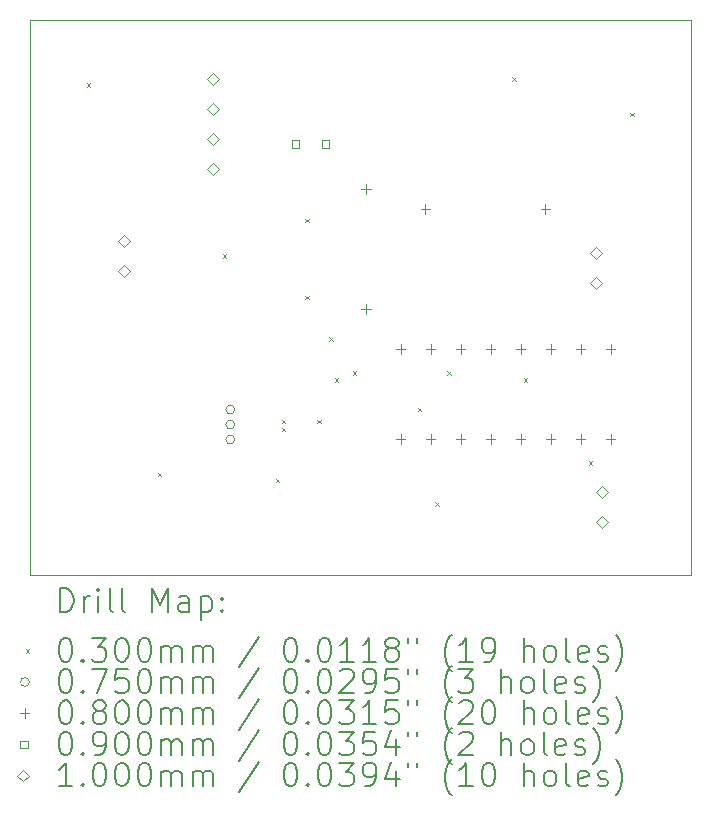
<source format=gbr>
%TF.GenerationSoftware,KiCad,Pcbnew,8.0.1*%
%TF.CreationDate,2024-05-12T16:04:07-04:00*%
%TF.ProjectId,recyclobot_main,72656379-636c-46f6-926f-745f6d61696e,rev?*%
%TF.SameCoordinates,Original*%
%TF.FileFunction,Drillmap*%
%TF.FilePolarity,Positive*%
%FSLAX45Y45*%
G04 Gerber Fmt 4.5, Leading zero omitted, Abs format (unit mm)*
G04 Created by KiCad (PCBNEW 8.0.1) date 2024-05-12 16:04:07*
%MOMM*%
%LPD*%
G01*
G04 APERTURE LIST*
%ADD10C,0.050000*%
%ADD11C,0.200000*%
%ADD12C,0.100000*%
G04 APERTURE END LIST*
D10*
X12000000Y-11200000D02*
X12000000Y-6500000D01*
X17600000Y-11200000D02*
X12000000Y-11200000D01*
X17600000Y-6500000D02*
X17600000Y-11200000D01*
X12000000Y-6500000D02*
X17600000Y-6500000D01*
D11*
D12*
X12485000Y-7035000D02*
X12515000Y-7065000D01*
X12515000Y-7035000D02*
X12485000Y-7065000D01*
X13085000Y-10335000D02*
X13115000Y-10365000D01*
X13115000Y-10335000D02*
X13085000Y-10365000D01*
X13635000Y-8485000D02*
X13665000Y-8515000D01*
X13665000Y-8485000D02*
X13635000Y-8515000D01*
X14085000Y-10385000D02*
X14115000Y-10415000D01*
X14115000Y-10385000D02*
X14085000Y-10415000D01*
X14135000Y-9885000D02*
X14165000Y-9915000D01*
X14165000Y-9885000D02*
X14135000Y-9915000D01*
X14135000Y-9955000D02*
X14165000Y-9985000D01*
X14165000Y-9955000D02*
X14135000Y-9985000D01*
X14335000Y-8185000D02*
X14365000Y-8215000D01*
X14365000Y-8185000D02*
X14335000Y-8215000D01*
X14335000Y-8835000D02*
X14365000Y-8865000D01*
X14365000Y-8835000D02*
X14335000Y-8865000D01*
X14435000Y-9885000D02*
X14465000Y-9915000D01*
X14465000Y-9885000D02*
X14435000Y-9915000D01*
X14535000Y-9185000D02*
X14565000Y-9215000D01*
X14565000Y-9185000D02*
X14535000Y-9215000D01*
X14585000Y-9535000D02*
X14615000Y-9565000D01*
X14615000Y-9535000D02*
X14585000Y-9565000D01*
X14735000Y-9475000D02*
X14765000Y-9505000D01*
X14765000Y-9475000D02*
X14735000Y-9505000D01*
X15285000Y-9785000D02*
X15315000Y-9815000D01*
X15315000Y-9785000D02*
X15285000Y-9815000D01*
X15435000Y-10585000D02*
X15465000Y-10615000D01*
X15465000Y-10585000D02*
X15435000Y-10615000D01*
X15535000Y-9475000D02*
X15565000Y-9505000D01*
X15565000Y-9475000D02*
X15535000Y-9505000D01*
X16085000Y-6985000D02*
X16115000Y-7015000D01*
X16115000Y-6985000D02*
X16085000Y-7015000D01*
X16185000Y-9535000D02*
X16215000Y-9565000D01*
X16215000Y-9535000D02*
X16185000Y-9565000D01*
X16735000Y-10235000D02*
X16765000Y-10265000D01*
X16765000Y-10235000D02*
X16735000Y-10265000D01*
X17085000Y-7285000D02*
X17115000Y-7315000D01*
X17115000Y-7285000D02*
X17085000Y-7315000D01*
X13737500Y-9800000D02*
G75*
G02*
X13662500Y-9800000I-37500J0D01*
G01*
X13662500Y-9800000D02*
G75*
G02*
X13737500Y-9800000I37500J0D01*
G01*
X13737500Y-9927000D02*
G75*
G02*
X13662500Y-9927000I-37500J0D01*
G01*
X13662500Y-9927000D02*
G75*
G02*
X13737500Y-9927000I37500J0D01*
G01*
X13737500Y-10054000D02*
G75*
G02*
X13662500Y-10054000I-37500J0D01*
G01*
X13662500Y-10054000D02*
G75*
G02*
X13737500Y-10054000I37500J0D01*
G01*
X14850000Y-7894000D02*
X14850000Y-7974000D01*
X14810000Y-7934000D02*
X14890000Y-7934000D01*
X14850000Y-8910000D02*
X14850000Y-8990000D01*
X14810000Y-8950000D02*
X14890000Y-8950000D01*
X15142000Y-9248000D02*
X15142000Y-9328000D01*
X15102000Y-9288000D02*
X15182000Y-9288000D01*
X15142000Y-10010000D02*
X15142000Y-10090000D01*
X15102000Y-10050000D02*
X15182000Y-10050000D01*
X15350000Y-8060000D02*
X15350000Y-8140000D01*
X15310000Y-8100000D02*
X15390000Y-8100000D01*
X15396000Y-9248000D02*
X15396000Y-9328000D01*
X15356000Y-9288000D02*
X15436000Y-9288000D01*
X15396000Y-10010000D02*
X15396000Y-10090000D01*
X15356000Y-10050000D02*
X15436000Y-10050000D01*
X15650000Y-9248000D02*
X15650000Y-9328000D01*
X15610000Y-9288000D02*
X15690000Y-9288000D01*
X15650000Y-10010000D02*
X15650000Y-10090000D01*
X15610000Y-10050000D02*
X15690000Y-10050000D01*
X15904000Y-9248000D02*
X15904000Y-9328000D01*
X15864000Y-9288000D02*
X15944000Y-9288000D01*
X15904000Y-10010000D02*
X15904000Y-10090000D01*
X15864000Y-10050000D02*
X15944000Y-10050000D01*
X16158000Y-9248000D02*
X16158000Y-9328000D01*
X16118000Y-9288000D02*
X16198000Y-9288000D01*
X16158000Y-10010000D02*
X16158000Y-10090000D01*
X16118000Y-10050000D02*
X16198000Y-10050000D01*
X16366000Y-8060000D02*
X16366000Y-8140000D01*
X16326000Y-8100000D02*
X16406000Y-8100000D01*
X16412000Y-9248000D02*
X16412000Y-9328000D01*
X16372000Y-9288000D02*
X16452000Y-9288000D01*
X16412000Y-10010000D02*
X16412000Y-10090000D01*
X16372000Y-10050000D02*
X16452000Y-10050000D01*
X16666000Y-9248000D02*
X16666000Y-9328000D01*
X16626000Y-9288000D02*
X16706000Y-9288000D01*
X16666000Y-10010000D02*
X16666000Y-10090000D01*
X16626000Y-10050000D02*
X16706000Y-10050000D01*
X16920000Y-9248000D02*
X16920000Y-9328000D01*
X16880000Y-9288000D02*
X16960000Y-9288000D01*
X16920000Y-10010000D02*
X16920000Y-10090000D01*
X16880000Y-10050000D02*
X16960000Y-10050000D01*
X14281820Y-7581820D02*
X14281820Y-7518180D01*
X14218180Y-7518180D01*
X14218180Y-7581820D01*
X14281820Y-7581820D01*
X14535820Y-7581820D02*
X14535820Y-7518180D01*
X14472180Y-7518180D01*
X14472180Y-7581820D01*
X14535820Y-7581820D01*
X12797500Y-8421000D02*
X12847500Y-8371000D01*
X12797500Y-8321000D01*
X12747500Y-8371000D01*
X12797500Y-8421000D01*
X12797500Y-8675000D02*
X12847500Y-8625000D01*
X12797500Y-8575000D01*
X12747500Y-8625000D01*
X12797500Y-8675000D01*
X13550000Y-7050000D02*
X13600000Y-7000000D01*
X13550000Y-6950000D01*
X13500000Y-7000000D01*
X13550000Y-7050000D01*
X13550000Y-7304000D02*
X13600000Y-7254000D01*
X13550000Y-7204000D01*
X13500000Y-7254000D01*
X13550000Y-7304000D01*
X13550000Y-7558000D02*
X13600000Y-7508000D01*
X13550000Y-7458000D01*
X13500000Y-7508000D01*
X13550000Y-7558000D01*
X13550000Y-7812000D02*
X13600000Y-7762000D01*
X13550000Y-7712000D01*
X13500000Y-7762000D01*
X13550000Y-7812000D01*
X16797500Y-8521000D02*
X16847500Y-8471000D01*
X16797500Y-8421000D01*
X16747500Y-8471000D01*
X16797500Y-8521000D01*
X16797500Y-8775000D02*
X16847500Y-8725000D01*
X16797500Y-8675000D01*
X16747500Y-8725000D01*
X16797500Y-8775000D01*
X16850000Y-10546000D02*
X16900000Y-10496000D01*
X16850000Y-10446000D01*
X16800000Y-10496000D01*
X16850000Y-10546000D01*
X16850000Y-10800000D02*
X16900000Y-10750000D01*
X16850000Y-10700000D01*
X16800000Y-10750000D01*
X16850000Y-10800000D01*
D11*
X12258277Y-11513984D02*
X12258277Y-11313984D01*
X12258277Y-11313984D02*
X12305896Y-11313984D01*
X12305896Y-11313984D02*
X12334467Y-11323508D01*
X12334467Y-11323508D02*
X12353515Y-11342555D01*
X12353515Y-11342555D02*
X12363039Y-11361603D01*
X12363039Y-11361603D02*
X12372562Y-11399698D01*
X12372562Y-11399698D02*
X12372562Y-11428269D01*
X12372562Y-11428269D02*
X12363039Y-11466365D01*
X12363039Y-11466365D02*
X12353515Y-11485412D01*
X12353515Y-11485412D02*
X12334467Y-11504460D01*
X12334467Y-11504460D02*
X12305896Y-11513984D01*
X12305896Y-11513984D02*
X12258277Y-11513984D01*
X12458277Y-11513984D02*
X12458277Y-11380650D01*
X12458277Y-11418746D02*
X12467801Y-11399698D01*
X12467801Y-11399698D02*
X12477324Y-11390174D01*
X12477324Y-11390174D02*
X12496372Y-11380650D01*
X12496372Y-11380650D02*
X12515420Y-11380650D01*
X12582086Y-11513984D02*
X12582086Y-11380650D01*
X12582086Y-11313984D02*
X12572562Y-11323508D01*
X12572562Y-11323508D02*
X12582086Y-11333031D01*
X12582086Y-11333031D02*
X12591610Y-11323508D01*
X12591610Y-11323508D02*
X12582086Y-11313984D01*
X12582086Y-11313984D02*
X12582086Y-11333031D01*
X12705896Y-11513984D02*
X12686848Y-11504460D01*
X12686848Y-11504460D02*
X12677324Y-11485412D01*
X12677324Y-11485412D02*
X12677324Y-11313984D01*
X12810658Y-11513984D02*
X12791610Y-11504460D01*
X12791610Y-11504460D02*
X12782086Y-11485412D01*
X12782086Y-11485412D02*
X12782086Y-11313984D01*
X13039229Y-11513984D02*
X13039229Y-11313984D01*
X13039229Y-11313984D02*
X13105896Y-11456841D01*
X13105896Y-11456841D02*
X13172562Y-11313984D01*
X13172562Y-11313984D02*
X13172562Y-11513984D01*
X13353515Y-11513984D02*
X13353515Y-11409222D01*
X13353515Y-11409222D02*
X13343991Y-11390174D01*
X13343991Y-11390174D02*
X13324943Y-11380650D01*
X13324943Y-11380650D02*
X13286848Y-11380650D01*
X13286848Y-11380650D02*
X13267801Y-11390174D01*
X13353515Y-11504460D02*
X13334467Y-11513984D01*
X13334467Y-11513984D02*
X13286848Y-11513984D01*
X13286848Y-11513984D02*
X13267801Y-11504460D01*
X13267801Y-11504460D02*
X13258277Y-11485412D01*
X13258277Y-11485412D02*
X13258277Y-11466365D01*
X13258277Y-11466365D02*
X13267801Y-11447317D01*
X13267801Y-11447317D02*
X13286848Y-11437793D01*
X13286848Y-11437793D02*
X13334467Y-11437793D01*
X13334467Y-11437793D02*
X13353515Y-11428269D01*
X13448753Y-11380650D02*
X13448753Y-11580650D01*
X13448753Y-11390174D02*
X13467801Y-11380650D01*
X13467801Y-11380650D02*
X13505896Y-11380650D01*
X13505896Y-11380650D02*
X13524943Y-11390174D01*
X13524943Y-11390174D02*
X13534467Y-11399698D01*
X13534467Y-11399698D02*
X13543991Y-11418746D01*
X13543991Y-11418746D02*
X13543991Y-11475888D01*
X13543991Y-11475888D02*
X13534467Y-11494936D01*
X13534467Y-11494936D02*
X13524943Y-11504460D01*
X13524943Y-11504460D02*
X13505896Y-11513984D01*
X13505896Y-11513984D02*
X13467801Y-11513984D01*
X13467801Y-11513984D02*
X13448753Y-11504460D01*
X13629705Y-11494936D02*
X13639229Y-11504460D01*
X13639229Y-11504460D02*
X13629705Y-11513984D01*
X13629705Y-11513984D02*
X13620182Y-11504460D01*
X13620182Y-11504460D02*
X13629705Y-11494936D01*
X13629705Y-11494936D02*
X13629705Y-11513984D01*
X13629705Y-11390174D02*
X13639229Y-11399698D01*
X13639229Y-11399698D02*
X13629705Y-11409222D01*
X13629705Y-11409222D02*
X13620182Y-11399698D01*
X13620182Y-11399698D02*
X13629705Y-11390174D01*
X13629705Y-11390174D02*
X13629705Y-11409222D01*
D12*
X11967500Y-11827500D02*
X11997500Y-11857500D01*
X11997500Y-11827500D02*
X11967500Y-11857500D01*
D11*
X12296372Y-11733984D02*
X12315420Y-11733984D01*
X12315420Y-11733984D02*
X12334467Y-11743508D01*
X12334467Y-11743508D02*
X12343991Y-11753031D01*
X12343991Y-11753031D02*
X12353515Y-11772079D01*
X12353515Y-11772079D02*
X12363039Y-11810174D01*
X12363039Y-11810174D02*
X12363039Y-11857793D01*
X12363039Y-11857793D02*
X12353515Y-11895888D01*
X12353515Y-11895888D02*
X12343991Y-11914936D01*
X12343991Y-11914936D02*
X12334467Y-11924460D01*
X12334467Y-11924460D02*
X12315420Y-11933984D01*
X12315420Y-11933984D02*
X12296372Y-11933984D01*
X12296372Y-11933984D02*
X12277324Y-11924460D01*
X12277324Y-11924460D02*
X12267801Y-11914936D01*
X12267801Y-11914936D02*
X12258277Y-11895888D01*
X12258277Y-11895888D02*
X12248753Y-11857793D01*
X12248753Y-11857793D02*
X12248753Y-11810174D01*
X12248753Y-11810174D02*
X12258277Y-11772079D01*
X12258277Y-11772079D02*
X12267801Y-11753031D01*
X12267801Y-11753031D02*
X12277324Y-11743508D01*
X12277324Y-11743508D02*
X12296372Y-11733984D01*
X12448753Y-11914936D02*
X12458277Y-11924460D01*
X12458277Y-11924460D02*
X12448753Y-11933984D01*
X12448753Y-11933984D02*
X12439229Y-11924460D01*
X12439229Y-11924460D02*
X12448753Y-11914936D01*
X12448753Y-11914936D02*
X12448753Y-11933984D01*
X12524943Y-11733984D02*
X12648753Y-11733984D01*
X12648753Y-11733984D02*
X12582086Y-11810174D01*
X12582086Y-11810174D02*
X12610658Y-11810174D01*
X12610658Y-11810174D02*
X12629705Y-11819698D01*
X12629705Y-11819698D02*
X12639229Y-11829222D01*
X12639229Y-11829222D02*
X12648753Y-11848269D01*
X12648753Y-11848269D02*
X12648753Y-11895888D01*
X12648753Y-11895888D02*
X12639229Y-11914936D01*
X12639229Y-11914936D02*
X12629705Y-11924460D01*
X12629705Y-11924460D02*
X12610658Y-11933984D01*
X12610658Y-11933984D02*
X12553515Y-11933984D01*
X12553515Y-11933984D02*
X12534467Y-11924460D01*
X12534467Y-11924460D02*
X12524943Y-11914936D01*
X12772562Y-11733984D02*
X12791610Y-11733984D01*
X12791610Y-11733984D02*
X12810658Y-11743508D01*
X12810658Y-11743508D02*
X12820182Y-11753031D01*
X12820182Y-11753031D02*
X12829705Y-11772079D01*
X12829705Y-11772079D02*
X12839229Y-11810174D01*
X12839229Y-11810174D02*
X12839229Y-11857793D01*
X12839229Y-11857793D02*
X12829705Y-11895888D01*
X12829705Y-11895888D02*
X12820182Y-11914936D01*
X12820182Y-11914936D02*
X12810658Y-11924460D01*
X12810658Y-11924460D02*
X12791610Y-11933984D01*
X12791610Y-11933984D02*
X12772562Y-11933984D01*
X12772562Y-11933984D02*
X12753515Y-11924460D01*
X12753515Y-11924460D02*
X12743991Y-11914936D01*
X12743991Y-11914936D02*
X12734467Y-11895888D01*
X12734467Y-11895888D02*
X12724943Y-11857793D01*
X12724943Y-11857793D02*
X12724943Y-11810174D01*
X12724943Y-11810174D02*
X12734467Y-11772079D01*
X12734467Y-11772079D02*
X12743991Y-11753031D01*
X12743991Y-11753031D02*
X12753515Y-11743508D01*
X12753515Y-11743508D02*
X12772562Y-11733984D01*
X12963039Y-11733984D02*
X12982086Y-11733984D01*
X12982086Y-11733984D02*
X13001134Y-11743508D01*
X13001134Y-11743508D02*
X13010658Y-11753031D01*
X13010658Y-11753031D02*
X13020182Y-11772079D01*
X13020182Y-11772079D02*
X13029705Y-11810174D01*
X13029705Y-11810174D02*
X13029705Y-11857793D01*
X13029705Y-11857793D02*
X13020182Y-11895888D01*
X13020182Y-11895888D02*
X13010658Y-11914936D01*
X13010658Y-11914936D02*
X13001134Y-11924460D01*
X13001134Y-11924460D02*
X12982086Y-11933984D01*
X12982086Y-11933984D02*
X12963039Y-11933984D01*
X12963039Y-11933984D02*
X12943991Y-11924460D01*
X12943991Y-11924460D02*
X12934467Y-11914936D01*
X12934467Y-11914936D02*
X12924943Y-11895888D01*
X12924943Y-11895888D02*
X12915420Y-11857793D01*
X12915420Y-11857793D02*
X12915420Y-11810174D01*
X12915420Y-11810174D02*
X12924943Y-11772079D01*
X12924943Y-11772079D02*
X12934467Y-11753031D01*
X12934467Y-11753031D02*
X12943991Y-11743508D01*
X12943991Y-11743508D02*
X12963039Y-11733984D01*
X13115420Y-11933984D02*
X13115420Y-11800650D01*
X13115420Y-11819698D02*
X13124943Y-11810174D01*
X13124943Y-11810174D02*
X13143991Y-11800650D01*
X13143991Y-11800650D02*
X13172563Y-11800650D01*
X13172563Y-11800650D02*
X13191610Y-11810174D01*
X13191610Y-11810174D02*
X13201134Y-11829222D01*
X13201134Y-11829222D02*
X13201134Y-11933984D01*
X13201134Y-11829222D02*
X13210658Y-11810174D01*
X13210658Y-11810174D02*
X13229705Y-11800650D01*
X13229705Y-11800650D02*
X13258277Y-11800650D01*
X13258277Y-11800650D02*
X13277324Y-11810174D01*
X13277324Y-11810174D02*
X13286848Y-11829222D01*
X13286848Y-11829222D02*
X13286848Y-11933984D01*
X13382086Y-11933984D02*
X13382086Y-11800650D01*
X13382086Y-11819698D02*
X13391610Y-11810174D01*
X13391610Y-11810174D02*
X13410658Y-11800650D01*
X13410658Y-11800650D02*
X13439229Y-11800650D01*
X13439229Y-11800650D02*
X13458277Y-11810174D01*
X13458277Y-11810174D02*
X13467801Y-11829222D01*
X13467801Y-11829222D02*
X13467801Y-11933984D01*
X13467801Y-11829222D02*
X13477324Y-11810174D01*
X13477324Y-11810174D02*
X13496372Y-11800650D01*
X13496372Y-11800650D02*
X13524943Y-11800650D01*
X13524943Y-11800650D02*
X13543991Y-11810174D01*
X13543991Y-11810174D02*
X13553515Y-11829222D01*
X13553515Y-11829222D02*
X13553515Y-11933984D01*
X13943991Y-11724460D02*
X13772563Y-11981603D01*
X14201134Y-11733984D02*
X14220182Y-11733984D01*
X14220182Y-11733984D02*
X14239229Y-11743508D01*
X14239229Y-11743508D02*
X14248753Y-11753031D01*
X14248753Y-11753031D02*
X14258277Y-11772079D01*
X14258277Y-11772079D02*
X14267801Y-11810174D01*
X14267801Y-11810174D02*
X14267801Y-11857793D01*
X14267801Y-11857793D02*
X14258277Y-11895888D01*
X14258277Y-11895888D02*
X14248753Y-11914936D01*
X14248753Y-11914936D02*
X14239229Y-11924460D01*
X14239229Y-11924460D02*
X14220182Y-11933984D01*
X14220182Y-11933984D02*
X14201134Y-11933984D01*
X14201134Y-11933984D02*
X14182086Y-11924460D01*
X14182086Y-11924460D02*
X14172563Y-11914936D01*
X14172563Y-11914936D02*
X14163039Y-11895888D01*
X14163039Y-11895888D02*
X14153515Y-11857793D01*
X14153515Y-11857793D02*
X14153515Y-11810174D01*
X14153515Y-11810174D02*
X14163039Y-11772079D01*
X14163039Y-11772079D02*
X14172563Y-11753031D01*
X14172563Y-11753031D02*
X14182086Y-11743508D01*
X14182086Y-11743508D02*
X14201134Y-11733984D01*
X14353515Y-11914936D02*
X14363039Y-11924460D01*
X14363039Y-11924460D02*
X14353515Y-11933984D01*
X14353515Y-11933984D02*
X14343991Y-11924460D01*
X14343991Y-11924460D02*
X14353515Y-11914936D01*
X14353515Y-11914936D02*
X14353515Y-11933984D01*
X14486848Y-11733984D02*
X14505896Y-11733984D01*
X14505896Y-11733984D02*
X14524944Y-11743508D01*
X14524944Y-11743508D02*
X14534467Y-11753031D01*
X14534467Y-11753031D02*
X14543991Y-11772079D01*
X14543991Y-11772079D02*
X14553515Y-11810174D01*
X14553515Y-11810174D02*
X14553515Y-11857793D01*
X14553515Y-11857793D02*
X14543991Y-11895888D01*
X14543991Y-11895888D02*
X14534467Y-11914936D01*
X14534467Y-11914936D02*
X14524944Y-11924460D01*
X14524944Y-11924460D02*
X14505896Y-11933984D01*
X14505896Y-11933984D02*
X14486848Y-11933984D01*
X14486848Y-11933984D02*
X14467801Y-11924460D01*
X14467801Y-11924460D02*
X14458277Y-11914936D01*
X14458277Y-11914936D02*
X14448753Y-11895888D01*
X14448753Y-11895888D02*
X14439229Y-11857793D01*
X14439229Y-11857793D02*
X14439229Y-11810174D01*
X14439229Y-11810174D02*
X14448753Y-11772079D01*
X14448753Y-11772079D02*
X14458277Y-11753031D01*
X14458277Y-11753031D02*
X14467801Y-11743508D01*
X14467801Y-11743508D02*
X14486848Y-11733984D01*
X14743991Y-11933984D02*
X14629706Y-11933984D01*
X14686848Y-11933984D02*
X14686848Y-11733984D01*
X14686848Y-11733984D02*
X14667801Y-11762555D01*
X14667801Y-11762555D02*
X14648753Y-11781603D01*
X14648753Y-11781603D02*
X14629706Y-11791127D01*
X14934467Y-11933984D02*
X14820182Y-11933984D01*
X14877325Y-11933984D02*
X14877325Y-11733984D01*
X14877325Y-11733984D02*
X14858277Y-11762555D01*
X14858277Y-11762555D02*
X14839229Y-11781603D01*
X14839229Y-11781603D02*
X14820182Y-11791127D01*
X15048753Y-11819698D02*
X15029706Y-11810174D01*
X15029706Y-11810174D02*
X15020182Y-11800650D01*
X15020182Y-11800650D02*
X15010658Y-11781603D01*
X15010658Y-11781603D02*
X15010658Y-11772079D01*
X15010658Y-11772079D02*
X15020182Y-11753031D01*
X15020182Y-11753031D02*
X15029706Y-11743508D01*
X15029706Y-11743508D02*
X15048753Y-11733984D01*
X15048753Y-11733984D02*
X15086848Y-11733984D01*
X15086848Y-11733984D02*
X15105896Y-11743508D01*
X15105896Y-11743508D02*
X15115420Y-11753031D01*
X15115420Y-11753031D02*
X15124944Y-11772079D01*
X15124944Y-11772079D02*
X15124944Y-11781603D01*
X15124944Y-11781603D02*
X15115420Y-11800650D01*
X15115420Y-11800650D02*
X15105896Y-11810174D01*
X15105896Y-11810174D02*
X15086848Y-11819698D01*
X15086848Y-11819698D02*
X15048753Y-11819698D01*
X15048753Y-11819698D02*
X15029706Y-11829222D01*
X15029706Y-11829222D02*
X15020182Y-11838746D01*
X15020182Y-11838746D02*
X15010658Y-11857793D01*
X15010658Y-11857793D02*
X15010658Y-11895888D01*
X15010658Y-11895888D02*
X15020182Y-11914936D01*
X15020182Y-11914936D02*
X15029706Y-11924460D01*
X15029706Y-11924460D02*
X15048753Y-11933984D01*
X15048753Y-11933984D02*
X15086848Y-11933984D01*
X15086848Y-11933984D02*
X15105896Y-11924460D01*
X15105896Y-11924460D02*
X15115420Y-11914936D01*
X15115420Y-11914936D02*
X15124944Y-11895888D01*
X15124944Y-11895888D02*
X15124944Y-11857793D01*
X15124944Y-11857793D02*
X15115420Y-11838746D01*
X15115420Y-11838746D02*
X15105896Y-11829222D01*
X15105896Y-11829222D02*
X15086848Y-11819698D01*
X15201134Y-11733984D02*
X15201134Y-11772079D01*
X15277325Y-11733984D02*
X15277325Y-11772079D01*
X15572563Y-12010174D02*
X15563039Y-12000650D01*
X15563039Y-12000650D02*
X15543991Y-11972079D01*
X15543991Y-11972079D02*
X15534468Y-11953031D01*
X15534468Y-11953031D02*
X15524944Y-11924460D01*
X15524944Y-11924460D02*
X15515420Y-11876841D01*
X15515420Y-11876841D02*
X15515420Y-11838746D01*
X15515420Y-11838746D02*
X15524944Y-11791127D01*
X15524944Y-11791127D02*
X15534468Y-11762555D01*
X15534468Y-11762555D02*
X15543991Y-11743508D01*
X15543991Y-11743508D02*
X15563039Y-11714936D01*
X15563039Y-11714936D02*
X15572563Y-11705412D01*
X15753515Y-11933984D02*
X15639229Y-11933984D01*
X15696372Y-11933984D02*
X15696372Y-11733984D01*
X15696372Y-11733984D02*
X15677325Y-11762555D01*
X15677325Y-11762555D02*
X15658277Y-11781603D01*
X15658277Y-11781603D02*
X15639229Y-11791127D01*
X15848753Y-11933984D02*
X15886848Y-11933984D01*
X15886848Y-11933984D02*
X15905896Y-11924460D01*
X15905896Y-11924460D02*
X15915420Y-11914936D01*
X15915420Y-11914936D02*
X15934468Y-11886365D01*
X15934468Y-11886365D02*
X15943991Y-11848269D01*
X15943991Y-11848269D02*
X15943991Y-11772079D01*
X15943991Y-11772079D02*
X15934468Y-11753031D01*
X15934468Y-11753031D02*
X15924944Y-11743508D01*
X15924944Y-11743508D02*
X15905896Y-11733984D01*
X15905896Y-11733984D02*
X15867801Y-11733984D01*
X15867801Y-11733984D02*
X15848753Y-11743508D01*
X15848753Y-11743508D02*
X15839229Y-11753031D01*
X15839229Y-11753031D02*
X15829706Y-11772079D01*
X15829706Y-11772079D02*
X15829706Y-11819698D01*
X15829706Y-11819698D02*
X15839229Y-11838746D01*
X15839229Y-11838746D02*
X15848753Y-11848269D01*
X15848753Y-11848269D02*
X15867801Y-11857793D01*
X15867801Y-11857793D02*
X15905896Y-11857793D01*
X15905896Y-11857793D02*
X15924944Y-11848269D01*
X15924944Y-11848269D02*
X15934468Y-11838746D01*
X15934468Y-11838746D02*
X15943991Y-11819698D01*
X16182087Y-11933984D02*
X16182087Y-11733984D01*
X16267801Y-11933984D02*
X16267801Y-11829222D01*
X16267801Y-11829222D02*
X16258277Y-11810174D01*
X16258277Y-11810174D02*
X16239230Y-11800650D01*
X16239230Y-11800650D02*
X16210658Y-11800650D01*
X16210658Y-11800650D02*
X16191610Y-11810174D01*
X16191610Y-11810174D02*
X16182087Y-11819698D01*
X16391610Y-11933984D02*
X16372563Y-11924460D01*
X16372563Y-11924460D02*
X16363039Y-11914936D01*
X16363039Y-11914936D02*
X16353515Y-11895888D01*
X16353515Y-11895888D02*
X16353515Y-11838746D01*
X16353515Y-11838746D02*
X16363039Y-11819698D01*
X16363039Y-11819698D02*
X16372563Y-11810174D01*
X16372563Y-11810174D02*
X16391610Y-11800650D01*
X16391610Y-11800650D02*
X16420182Y-11800650D01*
X16420182Y-11800650D02*
X16439230Y-11810174D01*
X16439230Y-11810174D02*
X16448753Y-11819698D01*
X16448753Y-11819698D02*
X16458277Y-11838746D01*
X16458277Y-11838746D02*
X16458277Y-11895888D01*
X16458277Y-11895888D02*
X16448753Y-11914936D01*
X16448753Y-11914936D02*
X16439230Y-11924460D01*
X16439230Y-11924460D02*
X16420182Y-11933984D01*
X16420182Y-11933984D02*
X16391610Y-11933984D01*
X16572563Y-11933984D02*
X16553515Y-11924460D01*
X16553515Y-11924460D02*
X16543991Y-11905412D01*
X16543991Y-11905412D02*
X16543991Y-11733984D01*
X16724944Y-11924460D02*
X16705896Y-11933984D01*
X16705896Y-11933984D02*
X16667801Y-11933984D01*
X16667801Y-11933984D02*
X16648753Y-11924460D01*
X16648753Y-11924460D02*
X16639230Y-11905412D01*
X16639230Y-11905412D02*
X16639230Y-11829222D01*
X16639230Y-11829222D02*
X16648753Y-11810174D01*
X16648753Y-11810174D02*
X16667801Y-11800650D01*
X16667801Y-11800650D02*
X16705896Y-11800650D01*
X16705896Y-11800650D02*
X16724944Y-11810174D01*
X16724944Y-11810174D02*
X16734468Y-11829222D01*
X16734468Y-11829222D02*
X16734468Y-11848269D01*
X16734468Y-11848269D02*
X16639230Y-11867317D01*
X16810658Y-11924460D02*
X16829706Y-11933984D01*
X16829706Y-11933984D02*
X16867801Y-11933984D01*
X16867801Y-11933984D02*
X16886849Y-11924460D01*
X16886849Y-11924460D02*
X16896373Y-11905412D01*
X16896373Y-11905412D02*
X16896373Y-11895888D01*
X16896373Y-11895888D02*
X16886849Y-11876841D01*
X16886849Y-11876841D02*
X16867801Y-11867317D01*
X16867801Y-11867317D02*
X16839230Y-11867317D01*
X16839230Y-11867317D02*
X16820182Y-11857793D01*
X16820182Y-11857793D02*
X16810658Y-11838746D01*
X16810658Y-11838746D02*
X16810658Y-11829222D01*
X16810658Y-11829222D02*
X16820182Y-11810174D01*
X16820182Y-11810174D02*
X16839230Y-11800650D01*
X16839230Y-11800650D02*
X16867801Y-11800650D01*
X16867801Y-11800650D02*
X16886849Y-11810174D01*
X16963039Y-12010174D02*
X16972563Y-12000650D01*
X16972563Y-12000650D02*
X16991611Y-11972079D01*
X16991611Y-11972079D02*
X17001134Y-11953031D01*
X17001134Y-11953031D02*
X17010658Y-11924460D01*
X17010658Y-11924460D02*
X17020182Y-11876841D01*
X17020182Y-11876841D02*
X17020182Y-11838746D01*
X17020182Y-11838746D02*
X17010658Y-11791127D01*
X17010658Y-11791127D02*
X17001134Y-11762555D01*
X17001134Y-11762555D02*
X16991611Y-11743508D01*
X16991611Y-11743508D02*
X16972563Y-11714936D01*
X16972563Y-11714936D02*
X16963039Y-11705412D01*
D12*
X11997500Y-12106500D02*
G75*
G02*
X11922500Y-12106500I-37500J0D01*
G01*
X11922500Y-12106500D02*
G75*
G02*
X11997500Y-12106500I37500J0D01*
G01*
D11*
X12296372Y-11997984D02*
X12315420Y-11997984D01*
X12315420Y-11997984D02*
X12334467Y-12007508D01*
X12334467Y-12007508D02*
X12343991Y-12017031D01*
X12343991Y-12017031D02*
X12353515Y-12036079D01*
X12353515Y-12036079D02*
X12363039Y-12074174D01*
X12363039Y-12074174D02*
X12363039Y-12121793D01*
X12363039Y-12121793D02*
X12353515Y-12159888D01*
X12353515Y-12159888D02*
X12343991Y-12178936D01*
X12343991Y-12178936D02*
X12334467Y-12188460D01*
X12334467Y-12188460D02*
X12315420Y-12197984D01*
X12315420Y-12197984D02*
X12296372Y-12197984D01*
X12296372Y-12197984D02*
X12277324Y-12188460D01*
X12277324Y-12188460D02*
X12267801Y-12178936D01*
X12267801Y-12178936D02*
X12258277Y-12159888D01*
X12258277Y-12159888D02*
X12248753Y-12121793D01*
X12248753Y-12121793D02*
X12248753Y-12074174D01*
X12248753Y-12074174D02*
X12258277Y-12036079D01*
X12258277Y-12036079D02*
X12267801Y-12017031D01*
X12267801Y-12017031D02*
X12277324Y-12007508D01*
X12277324Y-12007508D02*
X12296372Y-11997984D01*
X12448753Y-12178936D02*
X12458277Y-12188460D01*
X12458277Y-12188460D02*
X12448753Y-12197984D01*
X12448753Y-12197984D02*
X12439229Y-12188460D01*
X12439229Y-12188460D02*
X12448753Y-12178936D01*
X12448753Y-12178936D02*
X12448753Y-12197984D01*
X12524943Y-11997984D02*
X12658277Y-11997984D01*
X12658277Y-11997984D02*
X12572562Y-12197984D01*
X12829705Y-11997984D02*
X12734467Y-11997984D01*
X12734467Y-11997984D02*
X12724943Y-12093222D01*
X12724943Y-12093222D02*
X12734467Y-12083698D01*
X12734467Y-12083698D02*
X12753515Y-12074174D01*
X12753515Y-12074174D02*
X12801134Y-12074174D01*
X12801134Y-12074174D02*
X12820182Y-12083698D01*
X12820182Y-12083698D02*
X12829705Y-12093222D01*
X12829705Y-12093222D02*
X12839229Y-12112269D01*
X12839229Y-12112269D02*
X12839229Y-12159888D01*
X12839229Y-12159888D02*
X12829705Y-12178936D01*
X12829705Y-12178936D02*
X12820182Y-12188460D01*
X12820182Y-12188460D02*
X12801134Y-12197984D01*
X12801134Y-12197984D02*
X12753515Y-12197984D01*
X12753515Y-12197984D02*
X12734467Y-12188460D01*
X12734467Y-12188460D02*
X12724943Y-12178936D01*
X12963039Y-11997984D02*
X12982086Y-11997984D01*
X12982086Y-11997984D02*
X13001134Y-12007508D01*
X13001134Y-12007508D02*
X13010658Y-12017031D01*
X13010658Y-12017031D02*
X13020182Y-12036079D01*
X13020182Y-12036079D02*
X13029705Y-12074174D01*
X13029705Y-12074174D02*
X13029705Y-12121793D01*
X13029705Y-12121793D02*
X13020182Y-12159888D01*
X13020182Y-12159888D02*
X13010658Y-12178936D01*
X13010658Y-12178936D02*
X13001134Y-12188460D01*
X13001134Y-12188460D02*
X12982086Y-12197984D01*
X12982086Y-12197984D02*
X12963039Y-12197984D01*
X12963039Y-12197984D02*
X12943991Y-12188460D01*
X12943991Y-12188460D02*
X12934467Y-12178936D01*
X12934467Y-12178936D02*
X12924943Y-12159888D01*
X12924943Y-12159888D02*
X12915420Y-12121793D01*
X12915420Y-12121793D02*
X12915420Y-12074174D01*
X12915420Y-12074174D02*
X12924943Y-12036079D01*
X12924943Y-12036079D02*
X12934467Y-12017031D01*
X12934467Y-12017031D02*
X12943991Y-12007508D01*
X12943991Y-12007508D02*
X12963039Y-11997984D01*
X13115420Y-12197984D02*
X13115420Y-12064650D01*
X13115420Y-12083698D02*
X13124943Y-12074174D01*
X13124943Y-12074174D02*
X13143991Y-12064650D01*
X13143991Y-12064650D02*
X13172563Y-12064650D01*
X13172563Y-12064650D02*
X13191610Y-12074174D01*
X13191610Y-12074174D02*
X13201134Y-12093222D01*
X13201134Y-12093222D02*
X13201134Y-12197984D01*
X13201134Y-12093222D02*
X13210658Y-12074174D01*
X13210658Y-12074174D02*
X13229705Y-12064650D01*
X13229705Y-12064650D02*
X13258277Y-12064650D01*
X13258277Y-12064650D02*
X13277324Y-12074174D01*
X13277324Y-12074174D02*
X13286848Y-12093222D01*
X13286848Y-12093222D02*
X13286848Y-12197984D01*
X13382086Y-12197984D02*
X13382086Y-12064650D01*
X13382086Y-12083698D02*
X13391610Y-12074174D01*
X13391610Y-12074174D02*
X13410658Y-12064650D01*
X13410658Y-12064650D02*
X13439229Y-12064650D01*
X13439229Y-12064650D02*
X13458277Y-12074174D01*
X13458277Y-12074174D02*
X13467801Y-12093222D01*
X13467801Y-12093222D02*
X13467801Y-12197984D01*
X13467801Y-12093222D02*
X13477324Y-12074174D01*
X13477324Y-12074174D02*
X13496372Y-12064650D01*
X13496372Y-12064650D02*
X13524943Y-12064650D01*
X13524943Y-12064650D02*
X13543991Y-12074174D01*
X13543991Y-12074174D02*
X13553515Y-12093222D01*
X13553515Y-12093222D02*
X13553515Y-12197984D01*
X13943991Y-11988460D02*
X13772563Y-12245603D01*
X14201134Y-11997984D02*
X14220182Y-11997984D01*
X14220182Y-11997984D02*
X14239229Y-12007508D01*
X14239229Y-12007508D02*
X14248753Y-12017031D01*
X14248753Y-12017031D02*
X14258277Y-12036079D01*
X14258277Y-12036079D02*
X14267801Y-12074174D01*
X14267801Y-12074174D02*
X14267801Y-12121793D01*
X14267801Y-12121793D02*
X14258277Y-12159888D01*
X14258277Y-12159888D02*
X14248753Y-12178936D01*
X14248753Y-12178936D02*
X14239229Y-12188460D01*
X14239229Y-12188460D02*
X14220182Y-12197984D01*
X14220182Y-12197984D02*
X14201134Y-12197984D01*
X14201134Y-12197984D02*
X14182086Y-12188460D01*
X14182086Y-12188460D02*
X14172563Y-12178936D01*
X14172563Y-12178936D02*
X14163039Y-12159888D01*
X14163039Y-12159888D02*
X14153515Y-12121793D01*
X14153515Y-12121793D02*
X14153515Y-12074174D01*
X14153515Y-12074174D02*
X14163039Y-12036079D01*
X14163039Y-12036079D02*
X14172563Y-12017031D01*
X14172563Y-12017031D02*
X14182086Y-12007508D01*
X14182086Y-12007508D02*
X14201134Y-11997984D01*
X14353515Y-12178936D02*
X14363039Y-12188460D01*
X14363039Y-12188460D02*
X14353515Y-12197984D01*
X14353515Y-12197984D02*
X14343991Y-12188460D01*
X14343991Y-12188460D02*
X14353515Y-12178936D01*
X14353515Y-12178936D02*
X14353515Y-12197984D01*
X14486848Y-11997984D02*
X14505896Y-11997984D01*
X14505896Y-11997984D02*
X14524944Y-12007508D01*
X14524944Y-12007508D02*
X14534467Y-12017031D01*
X14534467Y-12017031D02*
X14543991Y-12036079D01*
X14543991Y-12036079D02*
X14553515Y-12074174D01*
X14553515Y-12074174D02*
X14553515Y-12121793D01*
X14553515Y-12121793D02*
X14543991Y-12159888D01*
X14543991Y-12159888D02*
X14534467Y-12178936D01*
X14534467Y-12178936D02*
X14524944Y-12188460D01*
X14524944Y-12188460D02*
X14505896Y-12197984D01*
X14505896Y-12197984D02*
X14486848Y-12197984D01*
X14486848Y-12197984D02*
X14467801Y-12188460D01*
X14467801Y-12188460D02*
X14458277Y-12178936D01*
X14458277Y-12178936D02*
X14448753Y-12159888D01*
X14448753Y-12159888D02*
X14439229Y-12121793D01*
X14439229Y-12121793D02*
X14439229Y-12074174D01*
X14439229Y-12074174D02*
X14448753Y-12036079D01*
X14448753Y-12036079D02*
X14458277Y-12017031D01*
X14458277Y-12017031D02*
X14467801Y-12007508D01*
X14467801Y-12007508D02*
X14486848Y-11997984D01*
X14629706Y-12017031D02*
X14639229Y-12007508D01*
X14639229Y-12007508D02*
X14658277Y-11997984D01*
X14658277Y-11997984D02*
X14705896Y-11997984D01*
X14705896Y-11997984D02*
X14724944Y-12007508D01*
X14724944Y-12007508D02*
X14734467Y-12017031D01*
X14734467Y-12017031D02*
X14743991Y-12036079D01*
X14743991Y-12036079D02*
X14743991Y-12055127D01*
X14743991Y-12055127D02*
X14734467Y-12083698D01*
X14734467Y-12083698D02*
X14620182Y-12197984D01*
X14620182Y-12197984D02*
X14743991Y-12197984D01*
X14839229Y-12197984D02*
X14877325Y-12197984D01*
X14877325Y-12197984D02*
X14896372Y-12188460D01*
X14896372Y-12188460D02*
X14905896Y-12178936D01*
X14905896Y-12178936D02*
X14924944Y-12150365D01*
X14924944Y-12150365D02*
X14934467Y-12112269D01*
X14934467Y-12112269D02*
X14934467Y-12036079D01*
X14934467Y-12036079D02*
X14924944Y-12017031D01*
X14924944Y-12017031D02*
X14915420Y-12007508D01*
X14915420Y-12007508D02*
X14896372Y-11997984D01*
X14896372Y-11997984D02*
X14858277Y-11997984D01*
X14858277Y-11997984D02*
X14839229Y-12007508D01*
X14839229Y-12007508D02*
X14829706Y-12017031D01*
X14829706Y-12017031D02*
X14820182Y-12036079D01*
X14820182Y-12036079D02*
X14820182Y-12083698D01*
X14820182Y-12083698D02*
X14829706Y-12102746D01*
X14829706Y-12102746D02*
X14839229Y-12112269D01*
X14839229Y-12112269D02*
X14858277Y-12121793D01*
X14858277Y-12121793D02*
X14896372Y-12121793D01*
X14896372Y-12121793D02*
X14915420Y-12112269D01*
X14915420Y-12112269D02*
X14924944Y-12102746D01*
X14924944Y-12102746D02*
X14934467Y-12083698D01*
X15115420Y-11997984D02*
X15020182Y-11997984D01*
X15020182Y-11997984D02*
X15010658Y-12093222D01*
X15010658Y-12093222D02*
X15020182Y-12083698D01*
X15020182Y-12083698D02*
X15039229Y-12074174D01*
X15039229Y-12074174D02*
X15086848Y-12074174D01*
X15086848Y-12074174D02*
X15105896Y-12083698D01*
X15105896Y-12083698D02*
X15115420Y-12093222D01*
X15115420Y-12093222D02*
X15124944Y-12112269D01*
X15124944Y-12112269D02*
X15124944Y-12159888D01*
X15124944Y-12159888D02*
X15115420Y-12178936D01*
X15115420Y-12178936D02*
X15105896Y-12188460D01*
X15105896Y-12188460D02*
X15086848Y-12197984D01*
X15086848Y-12197984D02*
X15039229Y-12197984D01*
X15039229Y-12197984D02*
X15020182Y-12188460D01*
X15020182Y-12188460D02*
X15010658Y-12178936D01*
X15201134Y-11997984D02*
X15201134Y-12036079D01*
X15277325Y-11997984D02*
X15277325Y-12036079D01*
X15572563Y-12274174D02*
X15563039Y-12264650D01*
X15563039Y-12264650D02*
X15543991Y-12236079D01*
X15543991Y-12236079D02*
X15534468Y-12217031D01*
X15534468Y-12217031D02*
X15524944Y-12188460D01*
X15524944Y-12188460D02*
X15515420Y-12140841D01*
X15515420Y-12140841D02*
X15515420Y-12102746D01*
X15515420Y-12102746D02*
X15524944Y-12055127D01*
X15524944Y-12055127D02*
X15534468Y-12026555D01*
X15534468Y-12026555D02*
X15543991Y-12007508D01*
X15543991Y-12007508D02*
X15563039Y-11978936D01*
X15563039Y-11978936D02*
X15572563Y-11969412D01*
X15629706Y-11997984D02*
X15753515Y-11997984D01*
X15753515Y-11997984D02*
X15686848Y-12074174D01*
X15686848Y-12074174D02*
X15715420Y-12074174D01*
X15715420Y-12074174D02*
X15734468Y-12083698D01*
X15734468Y-12083698D02*
X15743991Y-12093222D01*
X15743991Y-12093222D02*
X15753515Y-12112269D01*
X15753515Y-12112269D02*
X15753515Y-12159888D01*
X15753515Y-12159888D02*
X15743991Y-12178936D01*
X15743991Y-12178936D02*
X15734468Y-12188460D01*
X15734468Y-12188460D02*
X15715420Y-12197984D01*
X15715420Y-12197984D02*
X15658277Y-12197984D01*
X15658277Y-12197984D02*
X15639229Y-12188460D01*
X15639229Y-12188460D02*
X15629706Y-12178936D01*
X15991610Y-12197984D02*
X15991610Y-11997984D01*
X16077325Y-12197984D02*
X16077325Y-12093222D01*
X16077325Y-12093222D02*
X16067801Y-12074174D01*
X16067801Y-12074174D02*
X16048753Y-12064650D01*
X16048753Y-12064650D02*
X16020182Y-12064650D01*
X16020182Y-12064650D02*
X16001134Y-12074174D01*
X16001134Y-12074174D02*
X15991610Y-12083698D01*
X16201134Y-12197984D02*
X16182087Y-12188460D01*
X16182087Y-12188460D02*
X16172563Y-12178936D01*
X16172563Y-12178936D02*
X16163039Y-12159888D01*
X16163039Y-12159888D02*
X16163039Y-12102746D01*
X16163039Y-12102746D02*
X16172563Y-12083698D01*
X16172563Y-12083698D02*
X16182087Y-12074174D01*
X16182087Y-12074174D02*
X16201134Y-12064650D01*
X16201134Y-12064650D02*
X16229706Y-12064650D01*
X16229706Y-12064650D02*
X16248753Y-12074174D01*
X16248753Y-12074174D02*
X16258277Y-12083698D01*
X16258277Y-12083698D02*
X16267801Y-12102746D01*
X16267801Y-12102746D02*
X16267801Y-12159888D01*
X16267801Y-12159888D02*
X16258277Y-12178936D01*
X16258277Y-12178936D02*
X16248753Y-12188460D01*
X16248753Y-12188460D02*
X16229706Y-12197984D01*
X16229706Y-12197984D02*
X16201134Y-12197984D01*
X16382087Y-12197984D02*
X16363039Y-12188460D01*
X16363039Y-12188460D02*
X16353515Y-12169412D01*
X16353515Y-12169412D02*
X16353515Y-11997984D01*
X16534468Y-12188460D02*
X16515420Y-12197984D01*
X16515420Y-12197984D02*
X16477325Y-12197984D01*
X16477325Y-12197984D02*
X16458277Y-12188460D01*
X16458277Y-12188460D02*
X16448753Y-12169412D01*
X16448753Y-12169412D02*
X16448753Y-12093222D01*
X16448753Y-12093222D02*
X16458277Y-12074174D01*
X16458277Y-12074174D02*
X16477325Y-12064650D01*
X16477325Y-12064650D02*
X16515420Y-12064650D01*
X16515420Y-12064650D02*
X16534468Y-12074174D01*
X16534468Y-12074174D02*
X16543991Y-12093222D01*
X16543991Y-12093222D02*
X16543991Y-12112269D01*
X16543991Y-12112269D02*
X16448753Y-12131317D01*
X16620182Y-12188460D02*
X16639230Y-12197984D01*
X16639230Y-12197984D02*
X16677325Y-12197984D01*
X16677325Y-12197984D02*
X16696372Y-12188460D01*
X16696372Y-12188460D02*
X16705896Y-12169412D01*
X16705896Y-12169412D02*
X16705896Y-12159888D01*
X16705896Y-12159888D02*
X16696372Y-12140841D01*
X16696372Y-12140841D02*
X16677325Y-12131317D01*
X16677325Y-12131317D02*
X16648753Y-12131317D01*
X16648753Y-12131317D02*
X16629706Y-12121793D01*
X16629706Y-12121793D02*
X16620182Y-12102746D01*
X16620182Y-12102746D02*
X16620182Y-12093222D01*
X16620182Y-12093222D02*
X16629706Y-12074174D01*
X16629706Y-12074174D02*
X16648753Y-12064650D01*
X16648753Y-12064650D02*
X16677325Y-12064650D01*
X16677325Y-12064650D02*
X16696372Y-12074174D01*
X16772563Y-12274174D02*
X16782087Y-12264650D01*
X16782087Y-12264650D02*
X16801134Y-12236079D01*
X16801134Y-12236079D02*
X16810658Y-12217031D01*
X16810658Y-12217031D02*
X16820182Y-12188460D01*
X16820182Y-12188460D02*
X16829706Y-12140841D01*
X16829706Y-12140841D02*
X16829706Y-12102746D01*
X16829706Y-12102746D02*
X16820182Y-12055127D01*
X16820182Y-12055127D02*
X16810658Y-12026555D01*
X16810658Y-12026555D02*
X16801134Y-12007508D01*
X16801134Y-12007508D02*
X16782087Y-11978936D01*
X16782087Y-11978936D02*
X16772563Y-11969412D01*
D12*
X11957500Y-12330500D02*
X11957500Y-12410500D01*
X11917500Y-12370500D02*
X11997500Y-12370500D01*
D11*
X12296372Y-12261984D02*
X12315420Y-12261984D01*
X12315420Y-12261984D02*
X12334467Y-12271508D01*
X12334467Y-12271508D02*
X12343991Y-12281031D01*
X12343991Y-12281031D02*
X12353515Y-12300079D01*
X12353515Y-12300079D02*
X12363039Y-12338174D01*
X12363039Y-12338174D02*
X12363039Y-12385793D01*
X12363039Y-12385793D02*
X12353515Y-12423888D01*
X12353515Y-12423888D02*
X12343991Y-12442936D01*
X12343991Y-12442936D02*
X12334467Y-12452460D01*
X12334467Y-12452460D02*
X12315420Y-12461984D01*
X12315420Y-12461984D02*
X12296372Y-12461984D01*
X12296372Y-12461984D02*
X12277324Y-12452460D01*
X12277324Y-12452460D02*
X12267801Y-12442936D01*
X12267801Y-12442936D02*
X12258277Y-12423888D01*
X12258277Y-12423888D02*
X12248753Y-12385793D01*
X12248753Y-12385793D02*
X12248753Y-12338174D01*
X12248753Y-12338174D02*
X12258277Y-12300079D01*
X12258277Y-12300079D02*
X12267801Y-12281031D01*
X12267801Y-12281031D02*
X12277324Y-12271508D01*
X12277324Y-12271508D02*
X12296372Y-12261984D01*
X12448753Y-12442936D02*
X12458277Y-12452460D01*
X12458277Y-12452460D02*
X12448753Y-12461984D01*
X12448753Y-12461984D02*
X12439229Y-12452460D01*
X12439229Y-12452460D02*
X12448753Y-12442936D01*
X12448753Y-12442936D02*
X12448753Y-12461984D01*
X12572562Y-12347698D02*
X12553515Y-12338174D01*
X12553515Y-12338174D02*
X12543991Y-12328650D01*
X12543991Y-12328650D02*
X12534467Y-12309603D01*
X12534467Y-12309603D02*
X12534467Y-12300079D01*
X12534467Y-12300079D02*
X12543991Y-12281031D01*
X12543991Y-12281031D02*
X12553515Y-12271508D01*
X12553515Y-12271508D02*
X12572562Y-12261984D01*
X12572562Y-12261984D02*
X12610658Y-12261984D01*
X12610658Y-12261984D02*
X12629705Y-12271508D01*
X12629705Y-12271508D02*
X12639229Y-12281031D01*
X12639229Y-12281031D02*
X12648753Y-12300079D01*
X12648753Y-12300079D02*
X12648753Y-12309603D01*
X12648753Y-12309603D02*
X12639229Y-12328650D01*
X12639229Y-12328650D02*
X12629705Y-12338174D01*
X12629705Y-12338174D02*
X12610658Y-12347698D01*
X12610658Y-12347698D02*
X12572562Y-12347698D01*
X12572562Y-12347698D02*
X12553515Y-12357222D01*
X12553515Y-12357222D02*
X12543991Y-12366746D01*
X12543991Y-12366746D02*
X12534467Y-12385793D01*
X12534467Y-12385793D02*
X12534467Y-12423888D01*
X12534467Y-12423888D02*
X12543991Y-12442936D01*
X12543991Y-12442936D02*
X12553515Y-12452460D01*
X12553515Y-12452460D02*
X12572562Y-12461984D01*
X12572562Y-12461984D02*
X12610658Y-12461984D01*
X12610658Y-12461984D02*
X12629705Y-12452460D01*
X12629705Y-12452460D02*
X12639229Y-12442936D01*
X12639229Y-12442936D02*
X12648753Y-12423888D01*
X12648753Y-12423888D02*
X12648753Y-12385793D01*
X12648753Y-12385793D02*
X12639229Y-12366746D01*
X12639229Y-12366746D02*
X12629705Y-12357222D01*
X12629705Y-12357222D02*
X12610658Y-12347698D01*
X12772562Y-12261984D02*
X12791610Y-12261984D01*
X12791610Y-12261984D02*
X12810658Y-12271508D01*
X12810658Y-12271508D02*
X12820182Y-12281031D01*
X12820182Y-12281031D02*
X12829705Y-12300079D01*
X12829705Y-12300079D02*
X12839229Y-12338174D01*
X12839229Y-12338174D02*
X12839229Y-12385793D01*
X12839229Y-12385793D02*
X12829705Y-12423888D01*
X12829705Y-12423888D02*
X12820182Y-12442936D01*
X12820182Y-12442936D02*
X12810658Y-12452460D01*
X12810658Y-12452460D02*
X12791610Y-12461984D01*
X12791610Y-12461984D02*
X12772562Y-12461984D01*
X12772562Y-12461984D02*
X12753515Y-12452460D01*
X12753515Y-12452460D02*
X12743991Y-12442936D01*
X12743991Y-12442936D02*
X12734467Y-12423888D01*
X12734467Y-12423888D02*
X12724943Y-12385793D01*
X12724943Y-12385793D02*
X12724943Y-12338174D01*
X12724943Y-12338174D02*
X12734467Y-12300079D01*
X12734467Y-12300079D02*
X12743991Y-12281031D01*
X12743991Y-12281031D02*
X12753515Y-12271508D01*
X12753515Y-12271508D02*
X12772562Y-12261984D01*
X12963039Y-12261984D02*
X12982086Y-12261984D01*
X12982086Y-12261984D02*
X13001134Y-12271508D01*
X13001134Y-12271508D02*
X13010658Y-12281031D01*
X13010658Y-12281031D02*
X13020182Y-12300079D01*
X13020182Y-12300079D02*
X13029705Y-12338174D01*
X13029705Y-12338174D02*
X13029705Y-12385793D01*
X13029705Y-12385793D02*
X13020182Y-12423888D01*
X13020182Y-12423888D02*
X13010658Y-12442936D01*
X13010658Y-12442936D02*
X13001134Y-12452460D01*
X13001134Y-12452460D02*
X12982086Y-12461984D01*
X12982086Y-12461984D02*
X12963039Y-12461984D01*
X12963039Y-12461984D02*
X12943991Y-12452460D01*
X12943991Y-12452460D02*
X12934467Y-12442936D01*
X12934467Y-12442936D02*
X12924943Y-12423888D01*
X12924943Y-12423888D02*
X12915420Y-12385793D01*
X12915420Y-12385793D02*
X12915420Y-12338174D01*
X12915420Y-12338174D02*
X12924943Y-12300079D01*
X12924943Y-12300079D02*
X12934467Y-12281031D01*
X12934467Y-12281031D02*
X12943991Y-12271508D01*
X12943991Y-12271508D02*
X12963039Y-12261984D01*
X13115420Y-12461984D02*
X13115420Y-12328650D01*
X13115420Y-12347698D02*
X13124943Y-12338174D01*
X13124943Y-12338174D02*
X13143991Y-12328650D01*
X13143991Y-12328650D02*
X13172563Y-12328650D01*
X13172563Y-12328650D02*
X13191610Y-12338174D01*
X13191610Y-12338174D02*
X13201134Y-12357222D01*
X13201134Y-12357222D02*
X13201134Y-12461984D01*
X13201134Y-12357222D02*
X13210658Y-12338174D01*
X13210658Y-12338174D02*
X13229705Y-12328650D01*
X13229705Y-12328650D02*
X13258277Y-12328650D01*
X13258277Y-12328650D02*
X13277324Y-12338174D01*
X13277324Y-12338174D02*
X13286848Y-12357222D01*
X13286848Y-12357222D02*
X13286848Y-12461984D01*
X13382086Y-12461984D02*
X13382086Y-12328650D01*
X13382086Y-12347698D02*
X13391610Y-12338174D01*
X13391610Y-12338174D02*
X13410658Y-12328650D01*
X13410658Y-12328650D02*
X13439229Y-12328650D01*
X13439229Y-12328650D02*
X13458277Y-12338174D01*
X13458277Y-12338174D02*
X13467801Y-12357222D01*
X13467801Y-12357222D02*
X13467801Y-12461984D01*
X13467801Y-12357222D02*
X13477324Y-12338174D01*
X13477324Y-12338174D02*
X13496372Y-12328650D01*
X13496372Y-12328650D02*
X13524943Y-12328650D01*
X13524943Y-12328650D02*
X13543991Y-12338174D01*
X13543991Y-12338174D02*
X13553515Y-12357222D01*
X13553515Y-12357222D02*
X13553515Y-12461984D01*
X13943991Y-12252460D02*
X13772563Y-12509603D01*
X14201134Y-12261984D02*
X14220182Y-12261984D01*
X14220182Y-12261984D02*
X14239229Y-12271508D01*
X14239229Y-12271508D02*
X14248753Y-12281031D01*
X14248753Y-12281031D02*
X14258277Y-12300079D01*
X14258277Y-12300079D02*
X14267801Y-12338174D01*
X14267801Y-12338174D02*
X14267801Y-12385793D01*
X14267801Y-12385793D02*
X14258277Y-12423888D01*
X14258277Y-12423888D02*
X14248753Y-12442936D01*
X14248753Y-12442936D02*
X14239229Y-12452460D01*
X14239229Y-12452460D02*
X14220182Y-12461984D01*
X14220182Y-12461984D02*
X14201134Y-12461984D01*
X14201134Y-12461984D02*
X14182086Y-12452460D01*
X14182086Y-12452460D02*
X14172563Y-12442936D01*
X14172563Y-12442936D02*
X14163039Y-12423888D01*
X14163039Y-12423888D02*
X14153515Y-12385793D01*
X14153515Y-12385793D02*
X14153515Y-12338174D01*
X14153515Y-12338174D02*
X14163039Y-12300079D01*
X14163039Y-12300079D02*
X14172563Y-12281031D01*
X14172563Y-12281031D02*
X14182086Y-12271508D01*
X14182086Y-12271508D02*
X14201134Y-12261984D01*
X14353515Y-12442936D02*
X14363039Y-12452460D01*
X14363039Y-12452460D02*
X14353515Y-12461984D01*
X14353515Y-12461984D02*
X14343991Y-12452460D01*
X14343991Y-12452460D02*
X14353515Y-12442936D01*
X14353515Y-12442936D02*
X14353515Y-12461984D01*
X14486848Y-12261984D02*
X14505896Y-12261984D01*
X14505896Y-12261984D02*
X14524944Y-12271508D01*
X14524944Y-12271508D02*
X14534467Y-12281031D01*
X14534467Y-12281031D02*
X14543991Y-12300079D01*
X14543991Y-12300079D02*
X14553515Y-12338174D01*
X14553515Y-12338174D02*
X14553515Y-12385793D01*
X14553515Y-12385793D02*
X14543991Y-12423888D01*
X14543991Y-12423888D02*
X14534467Y-12442936D01*
X14534467Y-12442936D02*
X14524944Y-12452460D01*
X14524944Y-12452460D02*
X14505896Y-12461984D01*
X14505896Y-12461984D02*
X14486848Y-12461984D01*
X14486848Y-12461984D02*
X14467801Y-12452460D01*
X14467801Y-12452460D02*
X14458277Y-12442936D01*
X14458277Y-12442936D02*
X14448753Y-12423888D01*
X14448753Y-12423888D02*
X14439229Y-12385793D01*
X14439229Y-12385793D02*
X14439229Y-12338174D01*
X14439229Y-12338174D02*
X14448753Y-12300079D01*
X14448753Y-12300079D02*
X14458277Y-12281031D01*
X14458277Y-12281031D02*
X14467801Y-12271508D01*
X14467801Y-12271508D02*
X14486848Y-12261984D01*
X14620182Y-12261984D02*
X14743991Y-12261984D01*
X14743991Y-12261984D02*
X14677325Y-12338174D01*
X14677325Y-12338174D02*
X14705896Y-12338174D01*
X14705896Y-12338174D02*
X14724944Y-12347698D01*
X14724944Y-12347698D02*
X14734467Y-12357222D01*
X14734467Y-12357222D02*
X14743991Y-12376269D01*
X14743991Y-12376269D02*
X14743991Y-12423888D01*
X14743991Y-12423888D02*
X14734467Y-12442936D01*
X14734467Y-12442936D02*
X14724944Y-12452460D01*
X14724944Y-12452460D02*
X14705896Y-12461984D01*
X14705896Y-12461984D02*
X14648753Y-12461984D01*
X14648753Y-12461984D02*
X14629706Y-12452460D01*
X14629706Y-12452460D02*
X14620182Y-12442936D01*
X14934467Y-12461984D02*
X14820182Y-12461984D01*
X14877325Y-12461984D02*
X14877325Y-12261984D01*
X14877325Y-12261984D02*
X14858277Y-12290555D01*
X14858277Y-12290555D02*
X14839229Y-12309603D01*
X14839229Y-12309603D02*
X14820182Y-12319127D01*
X15115420Y-12261984D02*
X15020182Y-12261984D01*
X15020182Y-12261984D02*
X15010658Y-12357222D01*
X15010658Y-12357222D02*
X15020182Y-12347698D01*
X15020182Y-12347698D02*
X15039229Y-12338174D01*
X15039229Y-12338174D02*
X15086848Y-12338174D01*
X15086848Y-12338174D02*
X15105896Y-12347698D01*
X15105896Y-12347698D02*
X15115420Y-12357222D01*
X15115420Y-12357222D02*
X15124944Y-12376269D01*
X15124944Y-12376269D02*
X15124944Y-12423888D01*
X15124944Y-12423888D02*
X15115420Y-12442936D01*
X15115420Y-12442936D02*
X15105896Y-12452460D01*
X15105896Y-12452460D02*
X15086848Y-12461984D01*
X15086848Y-12461984D02*
X15039229Y-12461984D01*
X15039229Y-12461984D02*
X15020182Y-12452460D01*
X15020182Y-12452460D02*
X15010658Y-12442936D01*
X15201134Y-12261984D02*
X15201134Y-12300079D01*
X15277325Y-12261984D02*
X15277325Y-12300079D01*
X15572563Y-12538174D02*
X15563039Y-12528650D01*
X15563039Y-12528650D02*
X15543991Y-12500079D01*
X15543991Y-12500079D02*
X15534468Y-12481031D01*
X15534468Y-12481031D02*
X15524944Y-12452460D01*
X15524944Y-12452460D02*
X15515420Y-12404841D01*
X15515420Y-12404841D02*
X15515420Y-12366746D01*
X15515420Y-12366746D02*
X15524944Y-12319127D01*
X15524944Y-12319127D02*
X15534468Y-12290555D01*
X15534468Y-12290555D02*
X15543991Y-12271508D01*
X15543991Y-12271508D02*
X15563039Y-12242936D01*
X15563039Y-12242936D02*
X15572563Y-12233412D01*
X15639229Y-12281031D02*
X15648753Y-12271508D01*
X15648753Y-12271508D02*
X15667801Y-12261984D01*
X15667801Y-12261984D02*
X15715420Y-12261984D01*
X15715420Y-12261984D02*
X15734468Y-12271508D01*
X15734468Y-12271508D02*
X15743991Y-12281031D01*
X15743991Y-12281031D02*
X15753515Y-12300079D01*
X15753515Y-12300079D02*
X15753515Y-12319127D01*
X15753515Y-12319127D02*
X15743991Y-12347698D01*
X15743991Y-12347698D02*
X15629706Y-12461984D01*
X15629706Y-12461984D02*
X15753515Y-12461984D01*
X15877325Y-12261984D02*
X15896372Y-12261984D01*
X15896372Y-12261984D02*
X15915420Y-12271508D01*
X15915420Y-12271508D02*
X15924944Y-12281031D01*
X15924944Y-12281031D02*
X15934468Y-12300079D01*
X15934468Y-12300079D02*
X15943991Y-12338174D01*
X15943991Y-12338174D02*
X15943991Y-12385793D01*
X15943991Y-12385793D02*
X15934468Y-12423888D01*
X15934468Y-12423888D02*
X15924944Y-12442936D01*
X15924944Y-12442936D02*
X15915420Y-12452460D01*
X15915420Y-12452460D02*
X15896372Y-12461984D01*
X15896372Y-12461984D02*
X15877325Y-12461984D01*
X15877325Y-12461984D02*
X15858277Y-12452460D01*
X15858277Y-12452460D02*
X15848753Y-12442936D01*
X15848753Y-12442936D02*
X15839229Y-12423888D01*
X15839229Y-12423888D02*
X15829706Y-12385793D01*
X15829706Y-12385793D02*
X15829706Y-12338174D01*
X15829706Y-12338174D02*
X15839229Y-12300079D01*
X15839229Y-12300079D02*
X15848753Y-12281031D01*
X15848753Y-12281031D02*
X15858277Y-12271508D01*
X15858277Y-12271508D02*
X15877325Y-12261984D01*
X16182087Y-12461984D02*
X16182087Y-12261984D01*
X16267801Y-12461984D02*
X16267801Y-12357222D01*
X16267801Y-12357222D02*
X16258277Y-12338174D01*
X16258277Y-12338174D02*
X16239230Y-12328650D01*
X16239230Y-12328650D02*
X16210658Y-12328650D01*
X16210658Y-12328650D02*
X16191610Y-12338174D01*
X16191610Y-12338174D02*
X16182087Y-12347698D01*
X16391610Y-12461984D02*
X16372563Y-12452460D01*
X16372563Y-12452460D02*
X16363039Y-12442936D01*
X16363039Y-12442936D02*
X16353515Y-12423888D01*
X16353515Y-12423888D02*
X16353515Y-12366746D01*
X16353515Y-12366746D02*
X16363039Y-12347698D01*
X16363039Y-12347698D02*
X16372563Y-12338174D01*
X16372563Y-12338174D02*
X16391610Y-12328650D01*
X16391610Y-12328650D02*
X16420182Y-12328650D01*
X16420182Y-12328650D02*
X16439230Y-12338174D01*
X16439230Y-12338174D02*
X16448753Y-12347698D01*
X16448753Y-12347698D02*
X16458277Y-12366746D01*
X16458277Y-12366746D02*
X16458277Y-12423888D01*
X16458277Y-12423888D02*
X16448753Y-12442936D01*
X16448753Y-12442936D02*
X16439230Y-12452460D01*
X16439230Y-12452460D02*
X16420182Y-12461984D01*
X16420182Y-12461984D02*
X16391610Y-12461984D01*
X16572563Y-12461984D02*
X16553515Y-12452460D01*
X16553515Y-12452460D02*
X16543991Y-12433412D01*
X16543991Y-12433412D02*
X16543991Y-12261984D01*
X16724944Y-12452460D02*
X16705896Y-12461984D01*
X16705896Y-12461984D02*
X16667801Y-12461984D01*
X16667801Y-12461984D02*
X16648753Y-12452460D01*
X16648753Y-12452460D02*
X16639230Y-12433412D01*
X16639230Y-12433412D02*
X16639230Y-12357222D01*
X16639230Y-12357222D02*
X16648753Y-12338174D01*
X16648753Y-12338174D02*
X16667801Y-12328650D01*
X16667801Y-12328650D02*
X16705896Y-12328650D01*
X16705896Y-12328650D02*
X16724944Y-12338174D01*
X16724944Y-12338174D02*
X16734468Y-12357222D01*
X16734468Y-12357222D02*
X16734468Y-12376269D01*
X16734468Y-12376269D02*
X16639230Y-12395317D01*
X16810658Y-12452460D02*
X16829706Y-12461984D01*
X16829706Y-12461984D02*
X16867801Y-12461984D01*
X16867801Y-12461984D02*
X16886849Y-12452460D01*
X16886849Y-12452460D02*
X16896373Y-12433412D01*
X16896373Y-12433412D02*
X16896373Y-12423888D01*
X16896373Y-12423888D02*
X16886849Y-12404841D01*
X16886849Y-12404841D02*
X16867801Y-12395317D01*
X16867801Y-12395317D02*
X16839230Y-12395317D01*
X16839230Y-12395317D02*
X16820182Y-12385793D01*
X16820182Y-12385793D02*
X16810658Y-12366746D01*
X16810658Y-12366746D02*
X16810658Y-12357222D01*
X16810658Y-12357222D02*
X16820182Y-12338174D01*
X16820182Y-12338174D02*
X16839230Y-12328650D01*
X16839230Y-12328650D02*
X16867801Y-12328650D01*
X16867801Y-12328650D02*
X16886849Y-12338174D01*
X16963039Y-12538174D02*
X16972563Y-12528650D01*
X16972563Y-12528650D02*
X16991611Y-12500079D01*
X16991611Y-12500079D02*
X17001134Y-12481031D01*
X17001134Y-12481031D02*
X17010658Y-12452460D01*
X17010658Y-12452460D02*
X17020182Y-12404841D01*
X17020182Y-12404841D02*
X17020182Y-12366746D01*
X17020182Y-12366746D02*
X17010658Y-12319127D01*
X17010658Y-12319127D02*
X17001134Y-12290555D01*
X17001134Y-12290555D02*
X16991611Y-12271508D01*
X16991611Y-12271508D02*
X16972563Y-12242936D01*
X16972563Y-12242936D02*
X16963039Y-12233412D01*
D12*
X11984320Y-12666320D02*
X11984320Y-12602680D01*
X11920680Y-12602680D01*
X11920680Y-12666320D01*
X11984320Y-12666320D01*
D11*
X12296372Y-12525984D02*
X12315420Y-12525984D01*
X12315420Y-12525984D02*
X12334467Y-12535508D01*
X12334467Y-12535508D02*
X12343991Y-12545031D01*
X12343991Y-12545031D02*
X12353515Y-12564079D01*
X12353515Y-12564079D02*
X12363039Y-12602174D01*
X12363039Y-12602174D02*
X12363039Y-12649793D01*
X12363039Y-12649793D02*
X12353515Y-12687888D01*
X12353515Y-12687888D02*
X12343991Y-12706936D01*
X12343991Y-12706936D02*
X12334467Y-12716460D01*
X12334467Y-12716460D02*
X12315420Y-12725984D01*
X12315420Y-12725984D02*
X12296372Y-12725984D01*
X12296372Y-12725984D02*
X12277324Y-12716460D01*
X12277324Y-12716460D02*
X12267801Y-12706936D01*
X12267801Y-12706936D02*
X12258277Y-12687888D01*
X12258277Y-12687888D02*
X12248753Y-12649793D01*
X12248753Y-12649793D02*
X12248753Y-12602174D01*
X12248753Y-12602174D02*
X12258277Y-12564079D01*
X12258277Y-12564079D02*
X12267801Y-12545031D01*
X12267801Y-12545031D02*
X12277324Y-12535508D01*
X12277324Y-12535508D02*
X12296372Y-12525984D01*
X12448753Y-12706936D02*
X12458277Y-12716460D01*
X12458277Y-12716460D02*
X12448753Y-12725984D01*
X12448753Y-12725984D02*
X12439229Y-12716460D01*
X12439229Y-12716460D02*
X12448753Y-12706936D01*
X12448753Y-12706936D02*
X12448753Y-12725984D01*
X12553515Y-12725984D02*
X12591610Y-12725984D01*
X12591610Y-12725984D02*
X12610658Y-12716460D01*
X12610658Y-12716460D02*
X12620182Y-12706936D01*
X12620182Y-12706936D02*
X12639229Y-12678365D01*
X12639229Y-12678365D02*
X12648753Y-12640269D01*
X12648753Y-12640269D02*
X12648753Y-12564079D01*
X12648753Y-12564079D02*
X12639229Y-12545031D01*
X12639229Y-12545031D02*
X12629705Y-12535508D01*
X12629705Y-12535508D02*
X12610658Y-12525984D01*
X12610658Y-12525984D02*
X12572562Y-12525984D01*
X12572562Y-12525984D02*
X12553515Y-12535508D01*
X12553515Y-12535508D02*
X12543991Y-12545031D01*
X12543991Y-12545031D02*
X12534467Y-12564079D01*
X12534467Y-12564079D02*
X12534467Y-12611698D01*
X12534467Y-12611698D02*
X12543991Y-12630746D01*
X12543991Y-12630746D02*
X12553515Y-12640269D01*
X12553515Y-12640269D02*
X12572562Y-12649793D01*
X12572562Y-12649793D02*
X12610658Y-12649793D01*
X12610658Y-12649793D02*
X12629705Y-12640269D01*
X12629705Y-12640269D02*
X12639229Y-12630746D01*
X12639229Y-12630746D02*
X12648753Y-12611698D01*
X12772562Y-12525984D02*
X12791610Y-12525984D01*
X12791610Y-12525984D02*
X12810658Y-12535508D01*
X12810658Y-12535508D02*
X12820182Y-12545031D01*
X12820182Y-12545031D02*
X12829705Y-12564079D01*
X12829705Y-12564079D02*
X12839229Y-12602174D01*
X12839229Y-12602174D02*
X12839229Y-12649793D01*
X12839229Y-12649793D02*
X12829705Y-12687888D01*
X12829705Y-12687888D02*
X12820182Y-12706936D01*
X12820182Y-12706936D02*
X12810658Y-12716460D01*
X12810658Y-12716460D02*
X12791610Y-12725984D01*
X12791610Y-12725984D02*
X12772562Y-12725984D01*
X12772562Y-12725984D02*
X12753515Y-12716460D01*
X12753515Y-12716460D02*
X12743991Y-12706936D01*
X12743991Y-12706936D02*
X12734467Y-12687888D01*
X12734467Y-12687888D02*
X12724943Y-12649793D01*
X12724943Y-12649793D02*
X12724943Y-12602174D01*
X12724943Y-12602174D02*
X12734467Y-12564079D01*
X12734467Y-12564079D02*
X12743991Y-12545031D01*
X12743991Y-12545031D02*
X12753515Y-12535508D01*
X12753515Y-12535508D02*
X12772562Y-12525984D01*
X12963039Y-12525984D02*
X12982086Y-12525984D01*
X12982086Y-12525984D02*
X13001134Y-12535508D01*
X13001134Y-12535508D02*
X13010658Y-12545031D01*
X13010658Y-12545031D02*
X13020182Y-12564079D01*
X13020182Y-12564079D02*
X13029705Y-12602174D01*
X13029705Y-12602174D02*
X13029705Y-12649793D01*
X13029705Y-12649793D02*
X13020182Y-12687888D01*
X13020182Y-12687888D02*
X13010658Y-12706936D01*
X13010658Y-12706936D02*
X13001134Y-12716460D01*
X13001134Y-12716460D02*
X12982086Y-12725984D01*
X12982086Y-12725984D02*
X12963039Y-12725984D01*
X12963039Y-12725984D02*
X12943991Y-12716460D01*
X12943991Y-12716460D02*
X12934467Y-12706936D01*
X12934467Y-12706936D02*
X12924943Y-12687888D01*
X12924943Y-12687888D02*
X12915420Y-12649793D01*
X12915420Y-12649793D02*
X12915420Y-12602174D01*
X12915420Y-12602174D02*
X12924943Y-12564079D01*
X12924943Y-12564079D02*
X12934467Y-12545031D01*
X12934467Y-12545031D02*
X12943991Y-12535508D01*
X12943991Y-12535508D02*
X12963039Y-12525984D01*
X13115420Y-12725984D02*
X13115420Y-12592650D01*
X13115420Y-12611698D02*
X13124943Y-12602174D01*
X13124943Y-12602174D02*
X13143991Y-12592650D01*
X13143991Y-12592650D02*
X13172563Y-12592650D01*
X13172563Y-12592650D02*
X13191610Y-12602174D01*
X13191610Y-12602174D02*
X13201134Y-12621222D01*
X13201134Y-12621222D02*
X13201134Y-12725984D01*
X13201134Y-12621222D02*
X13210658Y-12602174D01*
X13210658Y-12602174D02*
X13229705Y-12592650D01*
X13229705Y-12592650D02*
X13258277Y-12592650D01*
X13258277Y-12592650D02*
X13277324Y-12602174D01*
X13277324Y-12602174D02*
X13286848Y-12621222D01*
X13286848Y-12621222D02*
X13286848Y-12725984D01*
X13382086Y-12725984D02*
X13382086Y-12592650D01*
X13382086Y-12611698D02*
X13391610Y-12602174D01*
X13391610Y-12602174D02*
X13410658Y-12592650D01*
X13410658Y-12592650D02*
X13439229Y-12592650D01*
X13439229Y-12592650D02*
X13458277Y-12602174D01*
X13458277Y-12602174D02*
X13467801Y-12621222D01*
X13467801Y-12621222D02*
X13467801Y-12725984D01*
X13467801Y-12621222D02*
X13477324Y-12602174D01*
X13477324Y-12602174D02*
X13496372Y-12592650D01*
X13496372Y-12592650D02*
X13524943Y-12592650D01*
X13524943Y-12592650D02*
X13543991Y-12602174D01*
X13543991Y-12602174D02*
X13553515Y-12621222D01*
X13553515Y-12621222D02*
X13553515Y-12725984D01*
X13943991Y-12516460D02*
X13772563Y-12773603D01*
X14201134Y-12525984D02*
X14220182Y-12525984D01*
X14220182Y-12525984D02*
X14239229Y-12535508D01*
X14239229Y-12535508D02*
X14248753Y-12545031D01*
X14248753Y-12545031D02*
X14258277Y-12564079D01*
X14258277Y-12564079D02*
X14267801Y-12602174D01*
X14267801Y-12602174D02*
X14267801Y-12649793D01*
X14267801Y-12649793D02*
X14258277Y-12687888D01*
X14258277Y-12687888D02*
X14248753Y-12706936D01*
X14248753Y-12706936D02*
X14239229Y-12716460D01*
X14239229Y-12716460D02*
X14220182Y-12725984D01*
X14220182Y-12725984D02*
X14201134Y-12725984D01*
X14201134Y-12725984D02*
X14182086Y-12716460D01*
X14182086Y-12716460D02*
X14172563Y-12706936D01*
X14172563Y-12706936D02*
X14163039Y-12687888D01*
X14163039Y-12687888D02*
X14153515Y-12649793D01*
X14153515Y-12649793D02*
X14153515Y-12602174D01*
X14153515Y-12602174D02*
X14163039Y-12564079D01*
X14163039Y-12564079D02*
X14172563Y-12545031D01*
X14172563Y-12545031D02*
X14182086Y-12535508D01*
X14182086Y-12535508D02*
X14201134Y-12525984D01*
X14353515Y-12706936D02*
X14363039Y-12716460D01*
X14363039Y-12716460D02*
X14353515Y-12725984D01*
X14353515Y-12725984D02*
X14343991Y-12716460D01*
X14343991Y-12716460D02*
X14353515Y-12706936D01*
X14353515Y-12706936D02*
X14353515Y-12725984D01*
X14486848Y-12525984D02*
X14505896Y-12525984D01*
X14505896Y-12525984D02*
X14524944Y-12535508D01*
X14524944Y-12535508D02*
X14534467Y-12545031D01*
X14534467Y-12545031D02*
X14543991Y-12564079D01*
X14543991Y-12564079D02*
X14553515Y-12602174D01*
X14553515Y-12602174D02*
X14553515Y-12649793D01*
X14553515Y-12649793D02*
X14543991Y-12687888D01*
X14543991Y-12687888D02*
X14534467Y-12706936D01*
X14534467Y-12706936D02*
X14524944Y-12716460D01*
X14524944Y-12716460D02*
X14505896Y-12725984D01*
X14505896Y-12725984D02*
X14486848Y-12725984D01*
X14486848Y-12725984D02*
X14467801Y-12716460D01*
X14467801Y-12716460D02*
X14458277Y-12706936D01*
X14458277Y-12706936D02*
X14448753Y-12687888D01*
X14448753Y-12687888D02*
X14439229Y-12649793D01*
X14439229Y-12649793D02*
X14439229Y-12602174D01*
X14439229Y-12602174D02*
X14448753Y-12564079D01*
X14448753Y-12564079D02*
X14458277Y-12545031D01*
X14458277Y-12545031D02*
X14467801Y-12535508D01*
X14467801Y-12535508D02*
X14486848Y-12525984D01*
X14620182Y-12525984D02*
X14743991Y-12525984D01*
X14743991Y-12525984D02*
X14677325Y-12602174D01*
X14677325Y-12602174D02*
X14705896Y-12602174D01*
X14705896Y-12602174D02*
X14724944Y-12611698D01*
X14724944Y-12611698D02*
X14734467Y-12621222D01*
X14734467Y-12621222D02*
X14743991Y-12640269D01*
X14743991Y-12640269D02*
X14743991Y-12687888D01*
X14743991Y-12687888D02*
X14734467Y-12706936D01*
X14734467Y-12706936D02*
X14724944Y-12716460D01*
X14724944Y-12716460D02*
X14705896Y-12725984D01*
X14705896Y-12725984D02*
X14648753Y-12725984D01*
X14648753Y-12725984D02*
X14629706Y-12716460D01*
X14629706Y-12716460D02*
X14620182Y-12706936D01*
X14924944Y-12525984D02*
X14829706Y-12525984D01*
X14829706Y-12525984D02*
X14820182Y-12621222D01*
X14820182Y-12621222D02*
X14829706Y-12611698D01*
X14829706Y-12611698D02*
X14848753Y-12602174D01*
X14848753Y-12602174D02*
X14896372Y-12602174D01*
X14896372Y-12602174D02*
X14915420Y-12611698D01*
X14915420Y-12611698D02*
X14924944Y-12621222D01*
X14924944Y-12621222D02*
X14934467Y-12640269D01*
X14934467Y-12640269D02*
X14934467Y-12687888D01*
X14934467Y-12687888D02*
X14924944Y-12706936D01*
X14924944Y-12706936D02*
X14915420Y-12716460D01*
X14915420Y-12716460D02*
X14896372Y-12725984D01*
X14896372Y-12725984D02*
X14848753Y-12725984D01*
X14848753Y-12725984D02*
X14829706Y-12716460D01*
X14829706Y-12716460D02*
X14820182Y-12706936D01*
X15105896Y-12592650D02*
X15105896Y-12725984D01*
X15058277Y-12516460D02*
X15010658Y-12659317D01*
X15010658Y-12659317D02*
X15134467Y-12659317D01*
X15201134Y-12525984D02*
X15201134Y-12564079D01*
X15277325Y-12525984D02*
X15277325Y-12564079D01*
X15572563Y-12802174D02*
X15563039Y-12792650D01*
X15563039Y-12792650D02*
X15543991Y-12764079D01*
X15543991Y-12764079D02*
X15534468Y-12745031D01*
X15534468Y-12745031D02*
X15524944Y-12716460D01*
X15524944Y-12716460D02*
X15515420Y-12668841D01*
X15515420Y-12668841D02*
X15515420Y-12630746D01*
X15515420Y-12630746D02*
X15524944Y-12583127D01*
X15524944Y-12583127D02*
X15534468Y-12554555D01*
X15534468Y-12554555D02*
X15543991Y-12535508D01*
X15543991Y-12535508D02*
X15563039Y-12506936D01*
X15563039Y-12506936D02*
X15572563Y-12497412D01*
X15639229Y-12545031D02*
X15648753Y-12535508D01*
X15648753Y-12535508D02*
X15667801Y-12525984D01*
X15667801Y-12525984D02*
X15715420Y-12525984D01*
X15715420Y-12525984D02*
X15734468Y-12535508D01*
X15734468Y-12535508D02*
X15743991Y-12545031D01*
X15743991Y-12545031D02*
X15753515Y-12564079D01*
X15753515Y-12564079D02*
X15753515Y-12583127D01*
X15753515Y-12583127D02*
X15743991Y-12611698D01*
X15743991Y-12611698D02*
X15629706Y-12725984D01*
X15629706Y-12725984D02*
X15753515Y-12725984D01*
X15991610Y-12725984D02*
X15991610Y-12525984D01*
X16077325Y-12725984D02*
X16077325Y-12621222D01*
X16077325Y-12621222D02*
X16067801Y-12602174D01*
X16067801Y-12602174D02*
X16048753Y-12592650D01*
X16048753Y-12592650D02*
X16020182Y-12592650D01*
X16020182Y-12592650D02*
X16001134Y-12602174D01*
X16001134Y-12602174D02*
X15991610Y-12611698D01*
X16201134Y-12725984D02*
X16182087Y-12716460D01*
X16182087Y-12716460D02*
X16172563Y-12706936D01*
X16172563Y-12706936D02*
X16163039Y-12687888D01*
X16163039Y-12687888D02*
X16163039Y-12630746D01*
X16163039Y-12630746D02*
X16172563Y-12611698D01*
X16172563Y-12611698D02*
X16182087Y-12602174D01*
X16182087Y-12602174D02*
X16201134Y-12592650D01*
X16201134Y-12592650D02*
X16229706Y-12592650D01*
X16229706Y-12592650D02*
X16248753Y-12602174D01*
X16248753Y-12602174D02*
X16258277Y-12611698D01*
X16258277Y-12611698D02*
X16267801Y-12630746D01*
X16267801Y-12630746D02*
X16267801Y-12687888D01*
X16267801Y-12687888D02*
X16258277Y-12706936D01*
X16258277Y-12706936D02*
X16248753Y-12716460D01*
X16248753Y-12716460D02*
X16229706Y-12725984D01*
X16229706Y-12725984D02*
X16201134Y-12725984D01*
X16382087Y-12725984D02*
X16363039Y-12716460D01*
X16363039Y-12716460D02*
X16353515Y-12697412D01*
X16353515Y-12697412D02*
X16353515Y-12525984D01*
X16534468Y-12716460D02*
X16515420Y-12725984D01*
X16515420Y-12725984D02*
X16477325Y-12725984D01*
X16477325Y-12725984D02*
X16458277Y-12716460D01*
X16458277Y-12716460D02*
X16448753Y-12697412D01*
X16448753Y-12697412D02*
X16448753Y-12621222D01*
X16448753Y-12621222D02*
X16458277Y-12602174D01*
X16458277Y-12602174D02*
X16477325Y-12592650D01*
X16477325Y-12592650D02*
X16515420Y-12592650D01*
X16515420Y-12592650D02*
X16534468Y-12602174D01*
X16534468Y-12602174D02*
X16543991Y-12621222D01*
X16543991Y-12621222D02*
X16543991Y-12640269D01*
X16543991Y-12640269D02*
X16448753Y-12659317D01*
X16620182Y-12716460D02*
X16639230Y-12725984D01*
X16639230Y-12725984D02*
X16677325Y-12725984D01*
X16677325Y-12725984D02*
X16696372Y-12716460D01*
X16696372Y-12716460D02*
X16705896Y-12697412D01*
X16705896Y-12697412D02*
X16705896Y-12687888D01*
X16705896Y-12687888D02*
X16696372Y-12668841D01*
X16696372Y-12668841D02*
X16677325Y-12659317D01*
X16677325Y-12659317D02*
X16648753Y-12659317D01*
X16648753Y-12659317D02*
X16629706Y-12649793D01*
X16629706Y-12649793D02*
X16620182Y-12630746D01*
X16620182Y-12630746D02*
X16620182Y-12621222D01*
X16620182Y-12621222D02*
X16629706Y-12602174D01*
X16629706Y-12602174D02*
X16648753Y-12592650D01*
X16648753Y-12592650D02*
X16677325Y-12592650D01*
X16677325Y-12592650D02*
X16696372Y-12602174D01*
X16772563Y-12802174D02*
X16782087Y-12792650D01*
X16782087Y-12792650D02*
X16801134Y-12764079D01*
X16801134Y-12764079D02*
X16810658Y-12745031D01*
X16810658Y-12745031D02*
X16820182Y-12716460D01*
X16820182Y-12716460D02*
X16829706Y-12668841D01*
X16829706Y-12668841D02*
X16829706Y-12630746D01*
X16829706Y-12630746D02*
X16820182Y-12583127D01*
X16820182Y-12583127D02*
X16810658Y-12554555D01*
X16810658Y-12554555D02*
X16801134Y-12535508D01*
X16801134Y-12535508D02*
X16782087Y-12506936D01*
X16782087Y-12506936D02*
X16772563Y-12497412D01*
D12*
X11947500Y-12948500D02*
X11997500Y-12898500D01*
X11947500Y-12848500D01*
X11897500Y-12898500D01*
X11947500Y-12948500D01*
D11*
X12363039Y-12989984D02*
X12248753Y-12989984D01*
X12305896Y-12989984D02*
X12305896Y-12789984D01*
X12305896Y-12789984D02*
X12286848Y-12818555D01*
X12286848Y-12818555D02*
X12267801Y-12837603D01*
X12267801Y-12837603D02*
X12248753Y-12847127D01*
X12448753Y-12970936D02*
X12458277Y-12980460D01*
X12458277Y-12980460D02*
X12448753Y-12989984D01*
X12448753Y-12989984D02*
X12439229Y-12980460D01*
X12439229Y-12980460D02*
X12448753Y-12970936D01*
X12448753Y-12970936D02*
X12448753Y-12989984D01*
X12582086Y-12789984D02*
X12601134Y-12789984D01*
X12601134Y-12789984D02*
X12620182Y-12799508D01*
X12620182Y-12799508D02*
X12629705Y-12809031D01*
X12629705Y-12809031D02*
X12639229Y-12828079D01*
X12639229Y-12828079D02*
X12648753Y-12866174D01*
X12648753Y-12866174D02*
X12648753Y-12913793D01*
X12648753Y-12913793D02*
X12639229Y-12951888D01*
X12639229Y-12951888D02*
X12629705Y-12970936D01*
X12629705Y-12970936D02*
X12620182Y-12980460D01*
X12620182Y-12980460D02*
X12601134Y-12989984D01*
X12601134Y-12989984D02*
X12582086Y-12989984D01*
X12582086Y-12989984D02*
X12563039Y-12980460D01*
X12563039Y-12980460D02*
X12553515Y-12970936D01*
X12553515Y-12970936D02*
X12543991Y-12951888D01*
X12543991Y-12951888D02*
X12534467Y-12913793D01*
X12534467Y-12913793D02*
X12534467Y-12866174D01*
X12534467Y-12866174D02*
X12543991Y-12828079D01*
X12543991Y-12828079D02*
X12553515Y-12809031D01*
X12553515Y-12809031D02*
X12563039Y-12799508D01*
X12563039Y-12799508D02*
X12582086Y-12789984D01*
X12772562Y-12789984D02*
X12791610Y-12789984D01*
X12791610Y-12789984D02*
X12810658Y-12799508D01*
X12810658Y-12799508D02*
X12820182Y-12809031D01*
X12820182Y-12809031D02*
X12829705Y-12828079D01*
X12829705Y-12828079D02*
X12839229Y-12866174D01*
X12839229Y-12866174D02*
X12839229Y-12913793D01*
X12839229Y-12913793D02*
X12829705Y-12951888D01*
X12829705Y-12951888D02*
X12820182Y-12970936D01*
X12820182Y-12970936D02*
X12810658Y-12980460D01*
X12810658Y-12980460D02*
X12791610Y-12989984D01*
X12791610Y-12989984D02*
X12772562Y-12989984D01*
X12772562Y-12989984D02*
X12753515Y-12980460D01*
X12753515Y-12980460D02*
X12743991Y-12970936D01*
X12743991Y-12970936D02*
X12734467Y-12951888D01*
X12734467Y-12951888D02*
X12724943Y-12913793D01*
X12724943Y-12913793D02*
X12724943Y-12866174D01*
X12724943Y-12866174D02*
X12734467Y-12828079D01*
X12734467Y-12828079D02*
X12743991Y-12809031D01*
X12743991Y-12809031D02*
X12753515Y-12799508D01*
X12753515Y-12799508D02*
X12772562Y-12789984D01*
X12963039Y-12789984D02*
X12982086Y-12789984D01*
X12982086Y-12789984D02*
X13001134Y-12799508D01*
X13001134Y-12799508D02*
X13010658Y-12809031D01*
X13010658Y-12809031D02*
X13020182Y-12828079D01*
X13020182Y-12828079D02*
X13029705Y-12866174D01*
X13029705Y-12866174D02*
X13029705Y-12913793D01*
X13029705Y-12913793D02*
X13020182Y-12951888D01*
X13020182Y-12951888D02*
X13010658Y-12970936D01*
X13010658Y-12970936D02*
X13001134Y-12980460D01*
X13001134Y-12980460D02*
X12982086Y-12989984D01*
X12982086Y-12989984D02*
X12963039Y-12989984D01*
X12963039Y-12989984D02*
X12943991Y-12980460D01*
X12943991Y-12980460D02*
X12934467Y-12970936D01*
X12934467Y-12970936D02*
X12924943Y-12951888D01*
X12924943Y-12951888D02*
X12915420Y-12913793D01*
X12915420Y-12913793D02*
X12915420Y-12866174D01*
X12915420Y-12866174D02*
X12924943Y-12828079D01*
X12924943Y-12828079D02*
X12934467Y-12809031D01*
X12934467Y-12809031D02*
X12943991Y-12799508D01*
X12943991Y-12799508D02*
X12963039Y-12789984D01*
X13115420Y-12989984D02*
X13115420Y-12856650D01*
X13115420Y-12875698D02*
X13124943Y-12866174D01*
X13124943Y-12866174D02*
X13143991Y-12856650D01*
X13143991Y-12856650D02*
X13172563Y-12856650D01*
X13172563Y-12856650D02*
X13191610Y-12866174D01*
X13191610Y-12866174D02*
X13201134Y-12885222D01*
X13201134Y-12885222D02*
X13201134Y-12989984D01*
X13201134Y-12885222D02*
X13210658Y-12866174D01*
X13210658Y-12866174D02*
X13229705Y-12856650D01*
X13229705Y-12856650D02*
X13258277Y-12856650D01*
X13258277Y-12856650D02*
X13277324Y-12866174D01*
X13277324Y-12866174D02*
X13286848Y-12885222D01*
X13286848Y-12885222D02*
X13286848Y-12989984D01*
X13382086Y-12989984D02*
X13382086Y-12856650D01*
X13382086Y-12875698D02*
X13391610Y-12866174D01*
X13391610Y-12866174D02*
X13410658Y-12856650D01*
X13410658Y-12856650D02*
X13439229Y-12856650D01*
X13439229Y-12856650D02*
X13458277Y-12866174D01*
X13458277Y-12866174D02*
X13467801Y-12885222D01*
X13467801Y-12885222D02*
X13467801Y-12989984D01*
X13467801Y-12885222D02*
X13477324Y-12866174D01*
X13477324Y-12866174D02*
X13496372Y-12856650D01*
X13496372Y-12856650D02*
X13524943Y-12856650D01*
X13524943Y-12856650D02*
X13543991Y-12866174D01*
X13543991Y-12866174D02*
X13553515Y-12885222D01*
X13553515Y-12885222D02*
X13553515Y-12989984D01*
X13943991Y-12780460D02*
X13772563Y-13037603D01*
X14201134Y-12789984D02*
X14220182Y-12789984D01*
X14220182Y-12789984D02*
X14239229Y-12799508D01*
X14239229Y-12799508D02*
X14248753Y-12809031D01*
X14248753Y-12809031D02*
X14258277Y-12828079D01*
X14258277Y-12828079D02*
X14267801Y-12866174D01*
X14267801Y-12866174D02*
X14267801Y-12913793D01*
X14267801Y-12913793D02*
X14258277Y-12951888D01*
X14258277Y-12951888D02*
X14248753Y-12970936D01*
X14248753Y-12970936D02*
X14239229Y-12980460D01*
X14239229Y-12980460D02*
X14220182Y-12989984D01*
X14220182Y-12989984D02*
X14201134Y-12989984D01*
X14201134Y-12989984D02*
X14182086Y-12980460D01*
X14182086Y-12980460D02*
X14172563Y-12970936D01*
X14172563Y-12970936D02*
X14163039Y-12951888D01*
X14163039Y-12951888D02*
X14153515Y-12913793D01*
X14153515Y-12913793D02*
X14153515Y-12866174D01*
X14153515Y-12866174D02*
X14163039Y-12828079D01*
X14163039Y-12828079D02*
X14172563Y-12809031D01*
X14172563Y-12809031D02*
X14182086Y-12799508D01*
X14182086Y-12799508D02*
X14201134Y-12789984D01*
X14353515Y-12970936D02*
X14363039Y-12980460D01*
X14363039Y-12980460D02*
X14353515Y-12989984D01*
X14353515Y-12989984D02*
X14343991Y-12980460D01*
X14343991Y-12980460D02*
X14353515Y-12970936D01*
X14353515Y-12970936D02*
X14353515Y-12989984D01*
X14486848Y-12789984D02*
X14505896Y-12789984D01*
X14505896Y-12789984D02*
X14524944Y-12799508D01*
X14524944Y-12799508D02*
X14534467Y-12809031D01*
X14534467Y-12809031D02*
X14543991Y-12828079D01*
X14543991Y-12828079D02*
X14553515Y-12866174D01*
X14553515Y-12866174D02*
X14553515Y-12913793D01*
X14553515Y-12913793D02*
X14543991Y-12951888D01*
X14543991Y-12951888D02*
X14534467Y-12970936D01*
X14534467Y-12970936D02*
X14524944Y-12980460D01*
X14524944Y-12980460D02*
X14505896Y-12989984D01*
X14505896Y-12989984D02*
X14486848Y-12989984D01*
X14486848Y-12989984D02*
X14467801Y-12980460D01*
X14467801Y-12980460D02*
X14458277Y-12970936D01*
X14458277Y-12970936D02*
X14448753Y-12951888D01*
X14448753Y-12951888D02*
X14439229Y-12913793D01*
X14439229Y-12913793D02*
X14439229Y-12866174D01*
X14439229Y-12866174D02*
X14448753Y-12828079D01*
X14448753Y-12828079D02*
X14458277Y-12809031D01*
X14458277Y-12809031D02*
X14467801Y-12799508D01*
X14467801Y-12799508D02*
X14486848Y-12789984D01*
X14620182Y-12789984D02*
X14743991Y-12789984D01*
X14743991Y-12789984D02*
X14677325Y-12866174D01*
X14677325Y-12866174D02*
X14705896Y-12866174D01*
X14705896Y-12866174D02*
X14724944Y-12875698D01*
X14724944Y-12875698D02*
X14734467Y-12885222D01*
X14734467Y-12885222D02*
X14743991Y-12904269D01*
X14743991Y-12904269D02*
X14743991Y-12951888D01*
X14743991Y-12951888D02*
X14734467Y-12970936D01*
X14734467Y-12970936D02*
X14724944Y-12980460D01*
X14724944Y-12980460D02*
X14705896Y-12989984D01*
X14705896Y-12989984D02*
X14648753Y-12989984D01*
X14648753Y-12989984D02*
X14629706Y-12980460D01*
X14629706Y-12980460D02*
X14620182Y-12970936D01*
X14839229Y-12989984D02*
X14877325Y-12989984D01*
X14877325Y-12989984D02*
X14896372Y-12980460D01*
X14896372Y-12980460D02*
X14905896Y-12970936D01*
X14905896Y-12970936D02*
X14924944Y-12942365D01*
X14924944Y-12942365D02*
X14934467Y-12904269D01*
X14934467Y-12904269D02*
X14934467Y-12828079D01*
X14934467Y-12828079D02*
X14924944Y-12809031D01*
X14924944Y-12809031D02*
X14915420Y-12799508D01*
X14915420Y-12799508D02*
X14896372Y-12789984D01*
X14896372Y-12789984D02*
X14858277Y-12789984D01*
X14858277Y-12789984D02*
X14839229Y-12799508D01*
X14839229Y-12799508D02*
X14829706Y-12809031D01*
X14829706Y-12809031D02*
X14820182Y-12828079D01*
X14820182Y-12828079D02*
X14820182Y-12875698D01*
X14820182Y-12875698D02*
X14829706Y-12894746D01*
X14829706Y-12894746D02*
X14839229Y-12904269D01*
X14839229Y-12904269D02*
X14858277Y-12913793D01*
X14858277Y-12913793D02*
X14896372Y-12913793D01*
X14896372Y-12913793D02*
X14915420Y-12904269D01*
X14915420Y-12904269D02*
X14924944Y-12894746D01*
X14924944Y-12894746D02*
X14934467Y-12875698D01*
X15105896Y-12856650D02*
X15105896Y-12989984D01*
X15058277Y-12780460D02*
X15010658Y-12923317D01*
X15010658Y-12923317D02*
X15134467Y-12923317D01*
X15201134Y-12789984D02*
X15201134Y-12828079D01*
X15277325Y-12789984D02*
X15277325Y-12828079D01*
X15572563Y-13066174D02*
X15563039Y-13056650D01*
X15563039Y-13056650D02*
X15543991Y-13028079D01*
X15543991Y-13028079D02*
X15534468Y-13009031D01*
X15534468Y-13009031D02*
X15524944Y-12980460D01*
X15524944Y-12980460D02*
X15515420Y-12932841D01*
X15515420Y-12932841D02*
X15515420Y-12894746D01*
X15515420Y-12894746D02*
X15524944Y-12847127D01*
X15524944Y-12847127D02*
X15534468Y-12818555D01*
X15534468Y-12818555D02*
X15543991Y-12799508D01*
X15543991Y-12799508D02*
X15563039Y-12770936D01*
X15563039Y-12770936D02*
X15572563Y-12761412D01*
X15753515Y-12989984D02*
X15639229Y-12989984D01*
X15696372Y-12989984D02*
X15696372Y-12789984D01*
X15696372Y-12789984D02*
X15677325Y-12818555D01*
X15677325Y-12818555D02*
X15658277Y-12837603D01*
X15658277Y-12837603D02*
X15639229Y-12847127D01*
X15877325Y-12789984D02*
X15896372Y-12789984D01*
X15896372Y-12789984D02*
X15915420Y-12799508D01*
X15915420Y-12799508D02*
X15924944Y-12809031D01*
X15924944Y-12809031D02*
X15934468Y-12828079D01*
X15934468Y-12828079D02*
X15943991Y-12866174D01*
X15943991Y-12866174D02*
X15943991Y-12913793D01*
X15943991Y-12913793D02*
X15934468Y-12951888D01*
X15934468Y-12951888D02*
X15924944Y-12970936D01*
X15924944Y-12970936D02*
X15915420Y-12980460D01*
X15915420Y-12980460D02*
X15896372Y-12989984D01*
X15896372Y-12989984D02*
X15877325Y-12989984D01*
X15877325Y-12989984D02*
X15858277Y-12980460D01*
X15858277Y-12980460D02*
X15848753Y-12970936D01*
X15848753Y-12970936D02*
X15839229Y-12951888D01*
X15839229Y-12951888D02*
X15829706Y-12913793D01*
X15829706Y-12913793D02*
X15829706Y-12866174D01*
X15829706Y-12866174D02*
X15839229Y-12828079D01*
X15839229Y-12828079D02*
X15848753Y-12809031D01*
X15848753Y-12809031D02*
X15858277Y-12799508D01*
X15858277Y-12799508D02*
X15877325Y-12789984D01*
X16182087Y-12989984D02*
X16182087Y-12789984D01*
X16267801Y-12989984D02*
X16267801Y-12885222D01*
X16267801Y-12885222D02*
X16258277Y-12866174D01*
X16258277Y-12866174D02*
X16239230Y-12856650D01*
X16239230Y-12856650D02*
X16210658Y-12856650D01*
X16210658Y-12856650D02*
X16191610Y-12866174D01*
X16191610Y-12866174D02*
X16182087Y-12875698D01*
X16391610Y-12989984D02*
X16372563Y-12980460D01*
X16372563Y-12980460D02*
X16363039Y-12970936D01*
X16363039Y-12970936D02*
X16353515Y-12951888D01*
X16353515Y-12951888D02*
X16353515Y-12894746D01*
X16353515Y-12894746D02*
X16363039Y-12875698D01*
X16363039Y-12875698D02*
X16372563Y-12866174D01*
X16372563Y-12866174D02*
X16391610Y-12856650D01*
X16391610Y-12856650D02*
X16420182Y-12856650D01*
X16420182Y-12856650D02*
X16439230Y-12866174D01*
X16439230Y-12866174D02*
X16448753Y-12875698D01*
X16448753Y-12875698D02*
X16458277Y-12894746D01*
X16458277Y-12894746D02*
X16458277Y-12951888D01*
X16458277Y-12951888D02*
X16448753Y-12970936D01*
X16448753Y-12970936D02*
X16439230Y-12980460D01*
X16439230Y-12980460D02*
X16420182Y-12989984D01*
X16420182Y-12989984D02*
X16391610Y-12989984D01*
X16572563Y-12989984D02*
X16553515Y-12980460D01*
X16553515Y-12980460D02*
X16543991Y-12961412D01*
X16543991Y-12961412D02*
X16543991Y-12789984D01*
X16724944Y-12980460D02*
X16705896Y-12989984D01*
X16705896Y-12989984D02*
X16667801Y-12989984D01*
X16667801Y-12989984D02*
X16648753Y-12980460D01*
X16648753Y-12980460D02*
X16639230Y-12961412D01*
X16639230Y-12961412D02*
X16639230Y-12885222D01*
X16639230Y-12885222D02*
X16648753Y-12866174D01*
X16648753Y-12866174D02*
X16667801Y-12856650D01*
X16667801Y-12856650D02*
X16705896Y-12856650D01*
X16705896Y-12856650D02*
X16724944Y-12866174D01*
X16724944Y-12866174D02*
X16734468Y-12885222D01*
X16734468Y-12885222D02*
X16734468Y-12904269D01*
X16734468Y-12904269D02*
X16639230Y-12923317D01*
X16810658Y-12980460D02*
X16829706Y-12989984D01*
X16829706Y-12989984D02*
X16867801Y-12989984D01*
X16867801Y-12989984D02*
X16886849Y-12980460D01*
X16886849Y-12980460D02*
X16896373Y-12961412D01*
X16896373Y-12961412D02*
X16896373Y-12951888D01*
X16896373Y-12951888D02*
X16886849Y-12932841D01*
X16886849Y-12932841D02*
X16867801Y-12923317D01*
X16867801Y-12923317D02*
X16839230Y-12923317D01*
X16839230Y-12923317D02*
X16820182Y-12913793D01*
X16820182Y-12913793D02*
X16810658Y-12894746D01*
X16810658Y-12894746D02*
X16810658Y-12885222D01*
X16810658Y-12885222D02*
X16820182Y-12866174D01*
X16820182Y-12866174D02*
X16839230Y-12856650D01*
X16839230Y-12856650D02*
X16867801Y-12856650D01*
X16867801Y-12856650D02*
X16886849Y-12866174D01*
X16963039Y-13066174D02*
X16972563Y-13056650D01*
X16972563Y-13056650D02*
X16991611Y-13028079D01*
X16991611Y-13028079D02*
X17001134Y-13009031D01*
X17001134Y-13009031D02*
X17010658Y-12980460D01*
X17010658Y-12980460D02*
X17020182Y-12932841D01*
X17020182Y-12932841D02*
X17020182Y-12894746D01*
X17020182Y-12894746D02*
X17010658Y-12847127D01*
X17010658Y-12847127D02*
X17001134Y-12818555D01*
X17001134Y-12818555D02*
X16991611Y-12799508D01*
X16991611Y-12799508D02*
X16972563Y-12770936D01*
X16972563Y-12770936D02*
X16963039Y-12761412D01*
M02*

</source>
